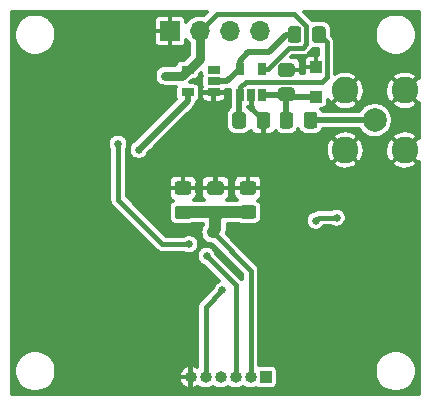
<source format=gbr>
%TF.GenerationSoftware,KiCad,Pcbnew,(5.1.6)-1*%
%TF.CreationDate,2020-08-28T19:49:53-05:00*%
%TF.ProjectId,nrg-control-box,6e72672d-636f-46e7-9472-6f6c2d626f78,rev?*%
%TF.SameCoordinates,Original*%
%TF.FileFunction,Copper,L2,Bot*%
%TF.FilePolarity,Positive*%
%FSLAX46Y46*%
G04 Gerber Fmt 4.6, Leading zero omitted, Abs format (unit mm)*
G04 Created by KiCad (PCBNEW (5.1.6)-1) date 2020-08-28 19:49:53*
%MOMM*%
%LPD*%
G01*
G04 APERTURE LIST*
%TA.AperFunction,SMDPad,CuDef*%
%ADD10R,1.000000X1.000000*%
%TD*%
%TA.AperFunction,ComponentPad*%
%ADD11C,2.000000*%
%TD*%
%TA.AperFunction,ComponentPad*%
%ADD12C,2.250000*%
%TD*%
%TA.AperFunction,ComponentPad*%
%ADD13R,1.000000X1.000000*%
%TD*%
%TA.AperFunction,ComponentPad*%
%ADD14O,1.000000X1.000000*%
%TD*%
%TA.AperFunction,SMDPad,CuDef*%
%ADD15R,0.650000X1.060000*%
%TD*%
%TA.AperFunction,SMDPad,CuDef*%
%ADD16R,1.060000X0.650000*%
%TD*%
%TA.AperFunction,ComponentPad*%
%ADD17R,1.700000X1.700000*%
%TD*%
%TA.AperFunction,ComponentPad*%
%ADD18O,1.700000X1.700000*%
%TD*%
%TA.AperFunction,ViaPad*%
%ADD19C,0.650000*%
%TD*%
%TA.AperFunction,ViaPad*%
%ADD20C,0.850000*%
%TD*%
%TA.AperFunction,Conductor*%
%ADD21C,0.400000*%
%TD*%
%TA.AperFunction,Conductor*%
%ADD22C,0.500000*%
%TD*%
%TA.AperFunction,Conductor*%
%ADD23C,0.750000*%
%TD*%
%TA.AperFunction,Conductor*%
%ADD24C,1.000000*%
%TD*%
%TA.AperFunction,Conductor*%
%ADD25C,0.350000*%
%TD*%
G04 APERTURE END LIST*
%TO.P,C1,2*%
%TO.N,GND*%
%TA.AperFunction,SMDPad,CuDef*%
G36*
G01*
X149200001Y-97575000D02*
X148299999Y-97575000D01*
G75*
G02*
X148050000Y-97325001I0J249999D01*
G01*
X148050000Y-96674999D01*
G75*
G02*
X148299999Y-96425000I249999J0D01*
G01*
X149200001Y-96425000D01*
G75*
G02*
X149450000Y-96674999I0J-249999D01*
G01*
X149450000Y-97325001D01*
G75*
G02*
X149200001Y-97575000I-249999J0D01*
G01*
G37*
%TD.AperFunction*%
%TO.P,C1,1*%
%TO.N,Net-(C1-Pad1)*%
%TA.AperFunction,SMDPad,CuDef*%
G36*
G01*
X149200001Y-99625000D02*
X148299999Y-99625000D01*
G75*
G02*
X148050000Y-99375001I0J249999D01*
G01*
X148050000Y-98724999D01*
G75*
G02*
X148299999Y-98475000I249999J0D01*
G01*
X149200001Y-98475000D01*
G75*
G02*
X149450000Y-98724999I0J-249999D01*
G01*
X149450000Y-99375001D01*
G75*
G02*
X149200001Y-99625000I-249999J0D01*
G01*
G37*
%TD.AperFunction*%
%TD*%
%TO.P,C2,1*%
%TO.N,GND*%
%TA.AperFunction,SMDPad,CuDef*%
G36*
G01*
X145049999Y-106400000D02*
X145950001Y-106400000D01*
G75*
G02*
X146200000Y-106649999I0J-249999D01*
G01*
X146200000Y-107300001D01*
G75*
G02*
X145950001Y-107550000I-249999J0D01*
G01*
X145049999Y-107550000D01*
G75*
G02*
X144800000Y-107300001I0J249999D01*
G01*
X144800000Y-106649999D01*
G75*
G02*
X145049999Y-106400000I249999J0D01*
G01*
G37*
%TD.AperFunction*%
%TO.P,C2,2*%
%TO.N,+3V3*%
%TA.AperFunction,SMDPad,CuDef*%
G36*
G01*
X145049999Y-108450000D02*
X145950001Y-108450000D01*
G75*
G02*
X146200000Y-108699999I0J-249999D01*
G01*
X146200000Y-109350001D01*
G75*
G02*
X145950001Y-109600000I-249999J0D01*
G01*
X145049999Y-109600000D01*
G75*
G02*
X144800000Y-109350001I0J249999D01*
G01*
X144800000Y-108699999D01*
G75*
G02*
X145049999Y-108450000I249999J0D01*
G01*
G37*
%TD.AperFunction*%
%TD*%
%TO.P,C3,1*%
%TO.N,+3V3*%
%TA.AperFunction,SMDPad,CuDef*%
G36*
G01*
X143200001Y-109625000D02*
X142299999Y-109625000D01*
G75*
G02*
X142050000Y-109375001I0J249999D01*
G01*
X142050000Y-108724999D01*
G75*
G02*
X142299999Y-108475000I249999J0D01*
G01*
X143200001Y-108475000D01*
G75*
G02*
X143450000Y-108724999I0J-249999D01*
G01*
X143450000Y-109375001D01*
G75*
G02*
X143200001Y-109625000I-249999J0D01*
G01*
G37*
%TD.AperFunction*%
%TO.P,C3,2*%
%TO.N,GND*%
%TA.AperFunction,SMDPad,CuDef*%
G36*
G01*
X143200001Y-107575000D02*
X142299999Y-107575000D01*
G75*
G02*
X142050000Y-107325001I0J249999D01*
G01*
X142050000Y-106674999D01*
G75*
G02*
X142299999Y-106425000I249999J0D01*
G01*
X143200001Y-106425000D01*
G75*
G02*
X143450000Y-106674999I0J-249999D01*
G01*
X143450000Y-107325001D01*
G75*
G02*
X143200001Y-107575000I-249999J0D01*
G01*
G37*
%TD.AperFunction*%
%TD*%
%TO.P,C4,2*%
%TO.N,+3V3*%
%TA.AperFunction,SMDPad,CuDef*%
G36*
G01*
X139549999Y-108475000D02*
X140450001Y-108475000D01*
G75*
G02*
X140700000Y-108724999I0J-249999D01*
G01*
X140700000Y-109375001D01*
G75*
G02*
X140450001Y-109625000I-249999J0D01*
G01*
X139549999Y-109625000D01*
G75*
G02*
X139300000Y-109375001I0J249999D01*
G01*
X139300000Y-108724999D01*
G75*
G02*
X139549999Y-108475000I249999J0D01*
G01*
G37*
%TD.AperFunction*%
%TO.P,C4,1*%
%TO.N,GND*%
%TA.AperFunction,SMDPad,CuDef*%
G36*
G01*
X139549999Y-106425000D02*
X140450001Y-106425000D01*
G75*
G02*
X140700000Y-106674999I0J-249999D01*
G01*
X140700000Y-107325001D01*
G75*
G02*
X140450001Y-107575000I-249999J0D01*
G01*
X139549999Y-107575000D01*
G75*
G02*
X139300000Y-107325001I0J249999D01*
G01*
X139300000Y-106674999D01*
G75*
G02*
X139549999Y-106425000I249999J0D01*
G01*
G37*
%TD.AperFunction*%
%TD*%
D10*
%TO.P,D2,1*%
%TO.N,Net-(C1-Pad1)*%
X151250000Y-99250000D03*
%TO.P,D2,2*%
%TO.N,GND*%
X151250000Y-96750000D03*
%TD*%
D11*
%TO.P,J2,1*%
%TO.N,Net-(D1-Pad1)*%
X156250000Y-101250000D03*
D12*
%TO.P,J2,2*%
%TO.N,GND*%
X158775000Y-98725000D03*
X153725000Y-98725000D03*
X153725000Y-103775000D03*
X158775000Y-103775000D03*
%TD*%
D13*
%TO.P,J3,1*%
%TO.N,ISP_MISO*%
X147000000Y-123000000D03*
D14*
%TO.P,J3,2*%
%TO.N,+3V3*%
X145730000Y-123000000D03*
%TO.P,J3,3*%
%TO.N,ISP_SCK*%
X144460000Y-123000000D03*
%TO.P,J3,4*%
%TO.N,ISP_MOSI*%
X143190000Y-123000000D03*
%TO.P,J3,5*%
%TO.N,ISP_RST*%
X141920000Y-123000000D03*
%TO.P,J3,6*%
%TO.N,GND*%
X140650000Y-123000000D03*
%TD*%
%TO.P,R3,1*%
%TO.N,Net-(C1-Pad1)*%
%TA.AperFunction,SMDPad,CuDef*%
G36*
G01*
X148175000Y-101700001D02*
X148175000Y-100799999D01*
G75*
G02*
X148424999Y-100550000I249999J0D01*
G01*
X149075001Y-100550000D01*
G75*
G02*
X149325000Y-100799999I0J-249999D01*
G01*
X149325000Y-101700001D01*
G75*
G02*
X149075001Y-101950000I-249999J0D01*
G01*
X148424999Y-101950000D01*
G75*
G02*
X148175000Y-101700001I0J249999D01*
G01*
G37*
%TD.AperFunction*%
%TO.P,R3,2*%
%TO.N,Net-(D1-Pad1)*%
%TA.AperFunction,SMDPad,CuDef*%
G36*
G01*
X150225000Y-101700001D02*
X150225000Y-100799999D01*
G75*
G02*
X150474999Y-100550000I249999J0D01*
G01*
X151125001Y-100550000D01*
G75*
G02*
X151375000Y-100799999I0J-249999D01*
G01*
X151375000Y-101700001D01*
G75*
G02*
X151125001Y-101950000I-249999J0D01*
G01*
X150474999Y-101950000D01*
G75*
G02*
X150225000Y-101700001I0J249999D01*
G01*
G37*
%TD.AperFunction*%
%TD*%
%TO.P,R4,1*%
%TO.N,Net-(R4-Pad1)*%
%TA.AperFunction,SMDPad,CuDef*%
G36*
G01*
X144175000Y-101700001D02*
X144175000Y-100799999D01*
G75*
G02*
X144424999Y-100550000I249999J0D01*
G01*
X145075001Y-100550000D01*
G75*
G02*
X145325000Y-100799999I0J-249999D01*
G01*
X145325000Y-101700001D01*
G75*
G02*
X145075001Y-101950000I-249999J0D01*
G01*
X144424999Y-101950000D01*
G75*
G02*
X144175000Y-101700001I0J249999D01*
G01*
G37*
%TD.AperFunction*%
%TO.P,R4,2*%
%TO.N,GND*%
%TA.AperFunction,SMDPad,CuDef*%
G36*
G01*
X146225000Y-101700001D02*
X146225000Y-100799999D01*
G75*
G02*
X146474999Y-100550000I249999J0D01*
G01*
X147125001Y-100550000D01*
G75*
G02*
X147375000Y-100799999I0J-249999D01*
G01*
X147375000Y-101700001D01*
G75*
G02*
X147125001Y-101950000I-249999J0D01*
G01*
X146474999Y-101950000D01*
G75*
G02*
X146225000Y-101700001I0J249999D01*
G01*
G37*
%TD.AperFunction*%
%TD*%
%TO.P,R5,2*%
%TO.N,Net-(R4-Pad1)*%
%TA.AperFunction,SMDPad,CuDef*%
G36*
G01*
X150925000Y-94450001D02*
X150925000Y-93549999D01*
G75*
G02*
X151174999Y-93300000I249999J0D01*
G01*
X151825001Y-93300000D01*
G75*
G02*
X152075000Y-93549999I0J-249999D01*
G01*
X152075000Y-94450001D01*
G75*
G02*
X151825001Y-94700000I-249999J0D01*
G01*
X151174999Y-94700000D01*
G75*
G02*
X150925000Y-94450001I0J249999D01*
G01*
G37*
%TD.AperFunction*%
%TO.P,R5,1*%
%TO.N,Net-(R5-Pad1)*%
%TA.AperFunction,SMDPad,CuDef*%
G36*
G01*
X148875000Y-94450001D02*
X148875000Y-93549999D01*
G75*
G02*
X149124999Y-93300000I249999J0D01*
G01*
X149775001Y-93300000D01*
G75*
G02*
X150025000Y-93549999I0J-249999D01*
G01*
X150025000Y-94450001D01*
G75*
G02*
X149775001Y-94700000I-249999J0D01*
G01*
X149124999Y-94700000D01*
G75*
G02*
X148875000Y-94450001I0J249999D01*
G01*
G37*
%TD.AperFunction*%
%TD*%
D15*
%TO.P,U1,5*%
%TO.N,+3V3*%
X146700000Y-96900000D03*
%TO.P,U1,4*%
%TO.N,Net-(R5-Pad1)*%
X144800000Y-96900000D03*
%TO.P,U1,3*%
%TO.N,Net-(R4-Pad1)*%
X144800000Y-99100000D03*
%TO.P,U1,2*%
%TO.N,GND*%
X145750000Y-99100000D03*
%TO.P,U1,1*%
%TO.N,Net-(C1-Pad1)*%
X146700000Y-99100000D03*
%TD*%
D16*
%TO.P,U2,1*%
%TO.N,Net-(U2-Pad1)*%
X142600000Y-97000000D03*
%TO.P,U2,2*%
%TO.N,Net-(R5-Pad1)*%
X142600000Y-97950000D03*
%TO.P,U2,3*%
%TO.N,GND*%
X142600000Y-98900000D03*
%TO.P,U2,4*%
%TO.N,Net-(U2-Pad4)*%
X140400000Y-98900000D03*
%TO.P,U2,5*%
%TO.N,+3V3*%
X140400000Y-97000000D03*
%TD*%
D17*
%TO.P,J1,1*%
%TO.N,GND*%
X138900000Y-93700000D03*
D18*
%TO.P,J1,2*%
%TO.N,+3V3*%
X141440000Y-93700000D03*
%TO.P,J1,3*%
%TO.N,MCU_SCL*%
X143980000Y-93700000D03*
%TO.P,J1,4*%
%TO.N,MCU_SDA*%
X146520000Y-93700000D03*
%TD*%
D19*
%TO.N,GND*%
X125750000Y-97000000D03*
X125750000Y-98000000D03*
X125750000Y-99000000D03*
X125750000Y-100000000D03*
X125750000Y-101000000D03*
X125750000Y-102000000D03*
X125750000Y-105500000D03*
X125750000Y-106500000D03*
X125750000Y-107500000D03*
X125750000Y-108500000D03*
X125750000Y-109500000D03*
X125750000Y-119500000D03*
X125750000Y-118500000D03*
X125750000Y-117500000D03*
X125750000Y-116500000D03*
X125750000Y-115500000D03*
X125750000Y-114500000D03*
X125750000Y-113500000D03*
X130500000Y-124250000D03*
X131500000Y-124250000D03*
X132500000Y-124250000D03*
X133500000Y-124250000D03*
X136750000Y-124250000D03*
X137750000Y-124250000D03*
X138750000Y-124250000D03*
X155000000Y-124250000D03*
X154000000Y-124250000D03*
X153000000Y-124250000D03*
X152000000Y-124250000D03*
X151000000Y-124250000D03*
X150000000Y-124250000D03*
X149000000Y-124250000D03*
X159750000Y-119500000D03*
X159750000Y-118500000D03*
X159750000Y-117500000D03*
X159750000Y-116500000D03*
X159750000Y-115500000D03*
X159750000Y-114500000D03*
X159750000Y-113500000D03*
X159750000Y-112500000D03*
X159750000Y-111500000D03*
X159750000Y-110500000D03*
X159750000Y-109500000D03*
X159750000Y-108500000D03*
X159750000Y-107500000D03*
X159750000Y-106500000D03*
X159750000Y-105500000D03*
X159750000Y-97000000D03*
X155000000Y-92250000D03*
X154000000Y-92250000D03*
X153000000Y-92250000D03*
X152000000Y-92250000D03*
X130500000Y-92250000D03*
X131500000Y-92250000D03*
X132500000Y-92250000D03*
X133500000Y-92250000D03*
X134500000Y-92250000D03*
X135500000Y-92250000D03*
X136500000Y-92250000D03*
X137500000Y-107250000D03*
X138250000Y-108000000D03*
X137000000Y-108000000D03*
X137750000Y-108750000D03*
X143250000Y-100250000D03*
X142250000Y-100250000D03*
X140000000Y-105500000D03*
X141000000Y-105500000D03*
X144250000Y-105500000D03*
X145250000Y-105500000D03*
X146250000Y-105500000D03*
X147000000Y-106250000D03*
X145250000Y-111250000D03*
X146000000Y-110500000D03*
X148500000Y-108000000D03*
X147750000Y-108750000D03*
X147000000Y-109500000D03*
X133250000Y-118500000D03*
X134000000Y-117750000D03*
X134750000Y-117000000D03*
X135500000Y-116250000D03*
X136250000Y-115500000D03*
X151250000Y-95500000D03*
%TO.N,+3V3*%
X138500000Y-97500000D03*
D20*
X142500000Y-110750000D03*
D19*
%TO.N,VBUS*%
X134500000Y-103250000D03*
X140500000Y-111750000D03*
%TO.N,MCU_SDA*%
X153000000Y-109500000D03*
X151250000Y-109750000D03*
%TO.N,ISP_SCK*%
X142000000Y-112750000D03*
%TO.N,ISP_RST*%
X143340715Y-115659285D03*
%TO.N,Net-(U2-Pad4)*%
X136250000Y-103750000D03*
%TD*%
D21*
%TO.N,GND*%
X145750000Y-100200000D02*
X145750000Y-99100000D01*
X146800000Y-101250000D02*
X145750000Y-100200000D01*
D22*
%TO.N,Net-(C1-Pad1)*%
X148750000Y-101250000D02*
X148750000Y-99050000D01*
X148950000Y-99250000D02*
X148750000Y-99050000D01*
X151250000Y-99250000D02*
X148950000Y-99250000D01*
X148700000Y-99100000D02*
X148750000Y-99050000D01*
X146700000Y-99100000D02*
X148700000Y-99100000D01*
D23*
%TO.N,+3V3*%
X139900000Y-97500000D02*
X140400000Y-97000000D01*
X138500000Y-97500000D02*
X139900000Y-97500000D01*
X140400000Y-97000000D02*
X140500000Y-97000000D01*
X141440000Y-96060000D02*
X141440000Y-93700000D01*
X140500000Y-97000000D02*
X141440000Y-96060000D01*
D24*
X142750000Y-109050000D02*
X142750000Y-110500000D01*
X142750000Y-110500000D02*
X142500000Y-110750000D01*
X142750000Y-109050000D02*
X140000000Y-109050000D01*
X145475000Y-109050000D02*
X145500000Y-109025000D01*
X142750000Y-109050000D02*
X145475000Y-109050000D01*
D21*
X150425010Y-93280754D02*
X149394256Y-92250000D01*
X147155744Y-96900000D02*
X148955734Y-95100010D01*
X150144226Y-95100010D02*
X150425010Y-94819226D01*
X146700000Y-96900000D02*
X147155744Y-96900000D01*
X148955734Y-95100010D02*
X150144226Y-95100010D01*
X150425010Y-94819226D02*
X150425010Y-93280754D01*
X142890000Y-92250000D02*
X141440000Y-93700000D01*
X149394256Y-92250000D02*
X142890000Y-92250000D01*
X145730000Y-113980000D02*
X142500000Y-110750000D01*
X145730000Y-123000000D02*
X145730000Y-113980000D01*
%TO.N,VBUS*%
X134500000Y-103250000D02*
X134500000Y-108000000D01*
X134500000Y-108000000D02*
X138250000Y-111750000D01*
X138250000Y-111750000D02*
X140500000Y-111750000D01*
D22*
%TO.N,Net-(D1-Pad1)*%
X150800000Y-101250000D02*
X156250000Y-101250000D01*
D21*
%TO.N,MCU_SDA*%
X153000000Y-109500000D02*
X151500000Y-109500000D01*
X151500000Y-109500000D02*
X151250000Y-109750000D01*
%TO.N,ISP_SCK*%
X144460000Y-123000000D02*
X144460000Y-115210000D01*
X144460000Y-115210000D02*
X142000000Y-112750000D01*
%TO.N,ISP_RST*%
X141920000Y-117080000D02*
X141920000Y-123000000D01*
X143340715Y-115659285D02*
X141920000Y-117080000D01*
D22*
%TO.N,Net-(R4-Pad1)*%
X144750000Y-99150000D02*
X144800000Y-99100000D01*
X144750000Y-101250000D02*
X144750000Y-99150000D01*
D21*
X152150001Y-94650001D02*
X151500000Y-94000000D01*
X152150001Y-97570001D02*
X152150001Y-94650001D01*
X151744992Y-97975010D02*
X152150001Y-97570001D01*
X145299988Y-97975010D02*
X151744992Y-97975010D01*
X144800000Y-98474998D02*
X145299988Y-97975010D01*
X144800000Y-99100000D02*
X144800000Y-98474998D01*
D22*
%TO.N,Net-(R5-Pad1)*%
X143750000Y-97950000D02*
X144800000Y-96900000D01*
X142600000Y-97950000D02*
X143750000Y-97950000D01*
X149450000Y-94000000D02*
X148750000Y-94000000D01*
X148750000Y-94000000D02*
X147250000Y-95500000D01*
X147250000Y-95500000D02*
X145500000Y-95500000D01*
X144800000Y-96200000D02*
X144800000Y-96900000D01*
X145500000Y-95500000D02*
X144800000Y-96200000D01*
%TO.N,Net-(U2-Pad4)*%
X140400000Y-98900000D02*
X140400000Y-99600000D01*
X140400000Y-99600000D02*
X136250000Y-103750000D01*
%TD*%
D25*
%TO.N,GND*%
G36*
X141754146Y-92360550D02*
G01*
X141575426Y-92325000D01*
X141304574Y-92325000D01*
X141038927Y-92377841D01*
X140788693Y-92481491D01*
X140563489Y-92631968D01*
X140371968Y-92823489D01*
X140277117Y-92965443D01*
X140277540Y-92850000D01*
X140267403Y-92747082D01*
X140237383Y-92648119D01*
X140188633Y-92556914D01*
X140123027Y-92476973D01*
X140043086Y-92411367D01*
X139951881Y-92362617D01*
X139852918Y-92332597D01*
X139750000Y-92322460D01*
X139056250Y-92325000D01*
X138925000Y-92456250D01*
X138925000Y-93675000D01*
X138945000Y-93675000D01*
X138945000Y-93725000D01*
X138925000Y-93725000D01*
X138925000Y-94943750D01*
X139056250Y-95075000D01*
X139750000Y-95077540D01*
X139852918Y-95067403D01*
X139951881Y-95037383D01*
X140043086Y-94988633D01*
X140123027Y-94923027D01*
X140188633Y-94843086D01*
X140237383Y-94751881D01*
X140267403Y-94652918D01*
X140277540Y-94550000D01*
X140277117Y-94434557D01*
X140371968Y-94576511D01*
X140540001Y-94744544D01*
X140540000Y-95687208D01*
X140079748Y-96147460D01*
X139870000Y-96147460D01*
X139767082Y-96157597D01*
X139668119Y-96187617D01*
X139576914Y-96236367D01*
X139496973Y-96301973D01*
X139431367Y-96381914D01*
X139382617Y-96473119D01*
X139352597Y-96572082D01*
X139349847Y-96600000D01*
X138455793Y-96600000D01*
X138323569Y-96613023D01*
X138153919Y-96664486D01*
X137997568Y-96748057D01*
X137860525Y-96860525D01*
X137748057Y-96997568D01*
X137664486Y-97153919D01*
X137613023Y-97323569D01*
X137595646Y-97500000D01*
X137613023Y-97676431D01*
X137664486Y-97846081D01*
X137748057Y-98002432D01*
X137860525Y-98139475D01*
X137997568Y-98251943D01*
X138153919Y-98335514D01*
X138323569Y-98386977D01*
X138455793Y-98400000D01*
X139374463Y-98400000D01*
X139352597Y-98472082D01*
X139342460Y-98575000D01*
X139342460Y-99225000D01*
X139352597Y-99327918D01*
X139382617Y-99426881D01*
X139415529Y-99488456D01*
X135949582Y-102954404D01*
X135847374Y-102996740D01*
X135708156Y-103089762D01*
X135589762Y-103208156D01*
X135496740Y-103347374D01*
X135432665Y-103502064D01*
X135400000Y-103666282D01*
X135400000Y-103833718D01*
X135432665Y-103997936D01*
X135496740Y-104152626D01*
X135589762Y-104291844D01*
X135708156Y-104410238D01*
X135847374Y-104503260D01*
X136002064Y-104567335D01*
X136166282Y-104600000D01*
X136333718Y-104600000D01*
X136497936Y-104567335D01*
X136652626Y-104503260D01*
X136791844Y-104410238D01*
X136910238Y-104291844D01*
X137003260Y-104152626D01*
X137045596Y-104050418D01*
X137361118Y-103734896D01*
X152067500Y-103734896D01*
X152091524Y-104059029D01*
X152178322Y-104372247D01*
X152324559Y-104662513D01*
X152369120Y-104729202D01*
X152627903Y-104836741D01*
X153689645Y-103775000D01*
X153760355Y-103775000D01*
X154822097Y-104836741D01*
X155080880Y-104729202D01*
X155240983Y-104446348D01*
X155342828Y-104137695D01*
X155382500Y-103815104D01*
X155376556Y-103734896D01*
X157117500Y-103734896D01*
X157141524Y-104059029D01*
X157228322Y-104372247D01*
X157374559Y-104662513D01*
X157419120Y-104729202D01*
X157677903Y-104836741D01*
X158739645Y-103775000D01*
X157677903Y-102713259D01*
X157419120Y-102820798D01*
X157259017Y-103103652D01*
X157157172Y-103412305D01*
X157117500Y-103734896D01*
X155376556Y-103734896D01*
X155358476Y-103490971D01*
X155271678Y-103177753D01*
X155125441Y-102887487D01*
X155080880Y-102820798D01*
X154822097Y-102713259D01*
X153760355Y-103775000D01*
X153689645Y-103775000D01*
X152627903Y-102713259D01*
X152369120Y-102820798D01*
X152209017Y-103103652D01*
X152107172Y-103412305D01*
X152067500Y-103734896D01*
X137361118Y-103734896D01*
X138418111Y-102677903D01*
X152663259Y-102677903D01*
X153725000Y-103739645D01*
X154786741Y-102677903D01*
X154679202Y-102419120D01*
X154396348Y-102259017D01*
X154087695Y-102157172D01*
X153765104Y-102117500D01*
X153440971Y-102141524D01*
X153127753Y-102228322D01*
X152837487Y-102374559D01*
X152770798Y-102419120D01*
X152663259Y-102677903D01*
X138418111Y-102677903D01*
X140921087Y-100174928D01*
X140950659Y-100150659D01*
X141047506Y-100032650D01*
X141119470Y-99898014D01*
X141163786Y-99751926D01*
X141169670Y-99692184D01*
X141223086Y-99663633D01*
X141303027Y-99598027D01*
X141368633Y-99518086D01*
X141417383Y-99426881D01*
X141447403Y-99327918D01*
X141457540Y-99225000D01*
X141542460Y-99225000D01*
X141552597Y-99327918D01*
X141582617Y-99426881D01*
X141631367Y-99518086D01*
X141696973Y-99598027D01*
X141776914Y-99663633D01*
X141868119Y-99712383D01*
X141967082Y-99742403D01*
X142070000Y-99752540D01*
X142443750Y-99750000D01*
X142575000Y-99618750D01*
X142575000Y-98925000D01*
X142625000Y-98925000D01*
X142625000Y-99618750D01*
X142756250Y-99750000D01*
X143130000Y-99752540D01*
X143232918Y-99742403D01*
X143331881Y-99712383D01*
X143423086Y-99663633D01*
X143503027Y-99598027D01*
X143568633Y-99518086D01*
X143617383Y-99426881D01*
X143647403Y-99327918D01*
X143657540Y-99225000D01*
X143655000Y-99056250D01*
X143523750Y-98925000D01*
X142625000Y-98925000D01*
X142575000Y-98925000D01*
X141676250Y-98925000D01*
X141545000Y-99056250D01*
X141542460Y-99225000D01*
X141457540Y-99225000D01*
X141457540Y-98575000D01*
X141447403Y-98472082D01*
X141417383Y-98373119D01*
X141368633Y-98281914D01*
X141303027Y-98201973D01*
X141223086Y-98136367D01*
X141131881Y-98087617D01*
X141032918Y-98057597D01*
X140930000Y-98047460D01*
X140625332Y-98047460D01*
X140820251Y-97852540D01*
X140930000Y-97852540D01*
X141032918Y-97842403D01*
X141131881Y-97812383D01*
X141223086Y-97763633D01*
X141303027Y-97698027D01*
X141368633Y-97618086D01*
X141417383Y-97526881D01*
X141447403Y-97427918D01*
X141457540Y-97325000D01*
X141457540Y-97315252D01*
X141542460Y-97230332D01*
X141542460Y-97325000D01*
X141552597Y-97427918D01*
X141566879Y-97475000D01*
X141552597Y-97522082D01*
X141542460Y-97625000D01*
X141542460Y-98275000D01*
X141552597Y-98377918D01*
X141566879Y-98425000D01*
X141552597Y-98472082D01*
X141542460Y-98575000D01*
X141545000Y-98743750D01*
X141676250Y-98875000D01*
X142575000Y-98875000D01*
X142575000Y-98855000D01*
X142625000Y-98855000D01*
X142625000Y-98875000D01*
X143523750Y-98875000D01*
X143655000Y-98743750D01*
X143655282Y-98725000D01*
X143711937Y-98725000D01*
X143750000Y-98728749D01*
X143788063Y-98725000D01*
X143788065Y-98725000D01*
X143901926Y-98713786D01*
X143947460Y-98699973D01*
X143947460Y-99630000D01*
X143957597Y-99732918D01*
X143975001Y-99790290D01*
X143975001Y-100168288D01*
X143875196Y-100250196D01*
X143778499Y-100368021D01*
X143706647Y-100502448D01*
X143662400Y-100648309D01*
X143647460Y-100799999D01*
X143647460Y-101700001D01*
X143662400Y-101851691D01*
X143706647Y-101997552D01*
X143778499Y-102131979D01*
X143875196Y-102249804D01*
X143993021Y-102346501D01*
X144127448Y-102418353D01*
X144273309Y-102462600D01*
X144424999Y-102477540D01*
X145075001Y-102477540D01*
X145226691Y-102462600D01*
X145372552Y-102418353D01*
X145506979Y-102346501D01*
X145624804Y-102249804D01*
X145721501Y-102131979D01*
X145727931Y-102119950D01*
X145737617Y-102151881D01*
X145786367Y-102243086D01*
X145851973Y-102323027D01*
X145931914Y-102388633D01*
X146023119Y-102437383D01*
X146122082Y-102467403D01*
X146225000Y-102477540D01*
X146643750Y-102475000D01*
X146775000Y-102343750D01*
X146775000Y-101275000D01*
X146755000Y-101275000D01*
X146755000Y-101225000D01*
X146775000Y-101225000D01*
X146775000Y-101205000D01*
X146825000Y-101205000D01*
X146825000Y-101225000D01*
X146845000Y-101225000D01*
X146845000Y-101275000D01*
X146825000Y-101275000D01*
X146825000Y-102343750D01*
X146956250Y-102475000D01*
X147375000Y-102477540D01*
X147477918Y-102467403D01*
X147576881Y-102437383D01*
X147668086Y-102388633D01*
X147748027Y-102323027D01*
X147813633Y-102243086D01*
X147835740Y-102201727D01*
X147875196Y-102249804D01*
X147993021Y-102346501D01*
X148127448Y-102418353D01*
X148273309Y-102462600D01*
X148424999Y-102477540D01*
X149075001Y-102477540D01*
X149226691Y-102462600D01*
X149372552Y-102418353D01*
X149506979Y-102346501D01*
X149624804Y-102249804D01*
X149721501Y-102131979D01*
X149775000Y-102031888D01*
X149828499Y-102131979D01*
X149925196Y-102249804D01*
X150043021Y-102346501D01*
X150177448Y-102418353D01*
X150323309Y-102462600D01*
X150474999Y-102477540D01*
X151125001Y-102477540D01*
X151276691Y-102462600D01*
X151422552Y-102418353D01*
X151556979Y-102346501D01*
X151674804Y-102249804D01*
X151771501Y-102131979D01*
X151828682Y-102025000D01*
X154933736Y-102025000D01*
X155065455Y-102222131D01*
X155277869Y-102434545D01*
X155527642Y-102601438D01*
X155805174Y-102716395D01*
X156099801Y-102775000D01*
X156400199Y-102775000D01*
X156694826Y-102716395D01*
X156787754Y-102677903D01*
X157713259Y-102677903D01*
X158775000Y-103739645D01*
X159836741Y-102677903D01*
X159729202Y-102419120D01*
X159446348Y-102259017D01*
X159137695Y-102157172D01*
X158815104Y-102117500D01*
X158490971Y-102141524D01*
X158177753Y-102228322D01*
X157887487Y-102374559D01*
X157820798Y-102419120D01*
X157713259Y-102677903D01*
X156787754Y-102677903D01*
X156972358Y-102601438D01*
X157222131Y-102434545D01*
X157434545Y-102222131D01*
X157601438Y-101972358D01*
X157716395Y-101694826D01*
X157775000Y-101400199D01*
X157775000Y-101099801D01*
X157716395Y-100805174D01*
X157601438Y-100527642D01*
X157434545Y-100277869D01*
X157222131Y-100065455D01*
X156972358Y-99898562D01*
X156787755Y-99822097D01*
X157713259Y-99822097D01*
X157820798Y-100080880D01*
X158103652Y-100240983D01*
X158412305Y-100342828D01*
X158734896Y-100382500D01*
X159059029Y-100358476D01*
X159372247Y-100271678D01*
X159662513Y-100125441D01*
X159729202Y-100080880D01*
X159836741Y-99822097D01*
X158775000Y-98760355D01*
X157713259Y-99822097D01*
X156787755Y-99822097D01*
X156694826Y-99783605D01*
X156400199Y-99725000D01*
X156099801Y-99725000D01*
X155805174Y-99783605D01*
X155527642Y-99898562D01*
X155277869Y-100065455D01*
X155065455Y-100277869D01*
X154933736Y-100475000D01*
X151828682Y-100475000D01*
X151771501Y-100368021D01*
X151697245Y-100277540D01*
X151750000Y-100277540D01*
X151852918Y-100267403D01*
X151951881Y-100237383D01*
X152043086Y-100188633D01*
X152123027Y-100123027D01*
X152188633Y-100043086D01*
X152237383Y-99951881D01*
X152267403Y-99852918D01*
X152270438Y-99822097D01*
X152663259Y-99822097D01*
X152770798Y-100080880D01*
X153053652Y-100240983D01*
X153362305Y-100342828D01*
X153684896Y-100382500D01*
X154009029Y-100358476D01*
X154322247Y-100271678D01*
X154612513Y-100125441D01*
X154679202Y-100080880D01*
X154786741Y-99822097D01*
X153725000Y-98760355D01*
X152663259Y-99822097D01*
X152270438Y-99822097D01*
X152277540Y-99750000D01*
X152277540Y-99519185D01*
X152324559Y-99612513D01*
X152369120Y-99679202D01*
X152627903Y-99786741D01*
X153689645Y-98725000D01*
X153760355Y-98725000D01*
X154822097Y-99786741D01*
X155080880Y-99679202D01*
X155240983Y-99396348D01*
X155342828Y-99087695D01*
X155382500Y-98765104D01*
X155376556Y-98684896D01*
X157117500Y-98684896D01*
X157141524Y-99009029D01*
X157228322Y-99322247D01*
X157374559Y-99612513D01*
X157419120Y-99679202D01*
X157677903Y-99786741D01*
X158739645Y-98725000D01*
X157677903Y-97663259D01*
X157419120Y-97770798D01*
X157259017Y-98053652D01*
X157157172Y-98362305D01*
X157117500Y-98684896D01*
X155376556Y-98684896D01*
X155358476Y-98440971D01*
X155271678Y-98127753D01*
X155125441Y-97837487D01*
X155080880Y-97770798D01*
X154822097Y-97663259D01*
X153760355Y-98725000D01*
X153689645Y-98725000D01*
X153675502Y-98710858D01*
X153710858Y-98675503D01*
X153725000Y-98689645D01*
X154786741Y-97627903D01*
X157713259Y-97627903D01*
X158775000Y-98689645D01*
X159836741Y-97627903D01*
X159729202Y-97369120D01*
X159446348Y-97209017D01*
X159137695Y-97107172D01*
X158815104Y-97067500D01*
X158490971Y-97091524D01*
X158177753Y-97178322D01*
X157887487Y-97324559D01*
X157820798Y-97369120D01*
X157713259Y-97627903D01*
X154786741Y-97627903D01*
X154679202Y-97369120D01*
X154396348Y-97209017D01*
X154087695Y-97107172D01*
X153765104Y-97067500D01*
X153440971Y-97091524D01*
X153127753Y-97178322D01*
X152875001Y-97305659D01*
X152875001Y-94685597D01*
X152878507Y-94650000D01*
X152875001Y-94614403D01*
X152875001Y-94614394D01*
X152864510Y-94507876D01*
X152823054Y-94371213D01*
X152755732Y-94245264D01*
X152665133Y-94134869D01*
X152637478Y-94112173D01*
X152602540Y-94077235D01*
X152602540Y-93825178D01*
X156225000Y-93825178D01*
X156225000Y-94174822D01*
X156293213Y-94517748D01*
X156427016Y-94840778D01*
X156621268Y-95131496D01*
X156868504Y-95378732D01*
X157159222Y-95572984D01*
X157482252Y-95706787D01*
X157825178Y-95775000D01*
X158174822Y-95775000D01*
X158517748Y-95706787D01*
X158840778Y-95572984D01*
X159131496Y-95378732D01*
X159378732Y-95131496D01*
X159572984Y-94840778D01*
X159706787Y-94517748D01*
X159775000Y-94174822D01*
X159775000Y-93825178D01*
X159706787Y-93482252D01*
X159572984Y-93159222D01*
X159378732Y-92868504D01*
X159131496Y-92621268D01*
X158840778Y-92427016D01*
X158517748Y-92293213D01*
X158174822Y-92225000D01*
X157825178Y-92225000D01*
X157482252Y-92293213D01*
X157159222Y-92427016D01*
X156868504Y-92621268D01*
X156621268Y-92868504D01*
X156427016Y-93159222D01*
X156293213Y-93482252D01*
X156225000Y-93825178D01*
X152602540Y-93825178D01*
X152602540Y-93549999D01*
X152587600Y-93398309D01*
X152543353Y-93252448D01*
X152471501Y-93118021D01*
X152374804Y-93000196D01*
X152256979Y-92903499D01*
X152122552Y-92831647D01*
X151976691Y-92787400D01*
X151825001Y-92772460D01*
X151174999Y-92772460D01*
X151023309Y-92787400D01*
X150971030Y-92803259D01*
X150962840Y-92793279D01*
X150962838Y-92793277D01*
X150940142Y-92765622D01*
X150912487Y-92742926D01*
X150219560Y-92050000D01*
X159950001Y-92050000D01*
X159950001Y-97695632D01*
X159872097Y-97663259D01*
X158810355Y-98725000D01*
X159872097Y-99786741D01*
X159950001Y-99754368D01*
X159950001Y-102745632D01*
X159872097Y-102713259D01*
X158810355Y-103775000D01*
X159872097Y-104836741D01*
X159950001Y-104804368D01*
X159950000Y-124450000D01*
X125550000Y-124450000D01*
X125550000Y-122325178D01*
X125725000Y-122325178D01*
X125725000Y-122674822D01*
X125793213Y-123017748D01*
X125927016Y-123340778D01*
X126121268Y-123631496D01*
X126368504Y-123878732D01*
X126659222Y-124072984D01*
X126982252Y-124206787D01*
X127325178Y-124275000D01*
X127674822Y-124275000D01*
X128017748Y-124206787D01*
X128340778Y-124072984D01*
X128631496Y-123878732D01*
X128878732Y-123631496D01*
X129072984Y-123340778D01*
X129137513Y-123184990D01*
X139641831Y-123184990D01*
X139697292Y-123378119D01*
X139789365Y-123556718D01*
X139914512Y-123713922D01*
X140067923Y-123843691D01*
X140243703Y-123941037D01*
X140435097Y-124002220D01*
X140465010Y-124008168D01*
X140625000Y-123893400D01*
X140625000Y-123025000D01*
X139756554Y-123025000D01*
X139641831Y-123184990D01*
X129137513Y-123184990D01*
X129206787Y-123017748D01*
X129247114Y-122815010D01*
X139641831Y-122815010D01*
X139756554Y-122975000D01*
X140625000Y-122975000D01*
X140625000Y-122106600D01*
X140465010Y-121991832D01*
X140435097Y-121997780D01*
X140243703Y-122058963D01*
X140067923Y-122156309D01*
X139914512Y-122286078D01*
X139789365Y-122443282D01*
X139697292Y-122621881D01*
X139641831Y-122815010D01*
X129247114Y-122815010D01*
X129275000Y-122674822D01*
X129275000Y-122325178D01*
X129206787Y-121982252D01*
X129072984Y-121659222D01*
X128878732Y-121368504D01*
X128631496Y-121121268D01*
X128340778Y-120927016D01*
X128017748Y-120793213D01*
X127674822Y-120725000D01*
X127325178Y-120725000D01*
X126982252Y-120793213D01*
X126659222Y-120927016D01*
X126368504Y-121121268D01*
X126121268Y-121368504D01*
X125927016Y-121659222D01*
X125793213Y-121982252D01*
X125725000Y-122325178D01*
X125550000Y-122325178D01*
X125550000Y-103166282D01*
X133650000Y-103166282D01*
X133650000Y-103333718D01*
X133682665Y-103497936D01*
X133746740Y-103652626D01*
X133775000Y-103694920D01*
X133775001Y-107964393D01*
X133771494Y-108000000D01*
X133775001Y-108035607D01*
X133785492Y-108142125D01*
X133795524Y-108175196D01*
X133826947Y-108278787D01*
X133894269Y-108404736D01*
X133962170Y-108487474D01*
X133962173Y-108487477D01*
X133984869Y-108515132D01*
X134012523Y-108537827D01*
X137712172Y-112237477D01*
X137734868Y-112265132D01*
X137762523Y-112287828D01*
X137762525Y-112287830D01*
X137832509Y-112345264D01*
X137845263Y-112355731D01*
X137971212Y-112423053D01*
X138107875Y-112464509D01*
X138214393Y-112475000D01*
X138214403Y-112475000D01*
X138250000Y-112478506D01*
X138285597Y-112475000D01*
X140055080Y-112475000D01*
X140097374Y-112503260D01*
X140252064Y-112567335D01*
X140416282Y-112600000D01*
X140583718Y-112600000D01*
X140747936Y-112567335D01*
X140902626Y-112503260D01*
X141041844Y-112410238D01*
X141160238Y-112291844D01*
X141253260Y-112152626D01*
X141317335Y-111997936D01*
X141350000Y-111833718D01*
X141350000Y-111666282D01*
X141317335Y-111502064D01*
X141253260Y-111347374D01*
X141160238Y-111208156D01*
X141041844Y-111089762D01*
X140902626Y-110996740D01*
X140747936Y-110932665D01*
X140583718Y-110900000D01*
X140416282Y-110900000D01*
X140252064Y-110932665D01*
X140097374Y-110996740D01*
X140055080Y-111025000D01*
X138550305Y-111025000D01*
X135225000Y-107699696D01*
X135225000Y-107575000D01*
X138772460Y-107575000D01*
X138782597Y-107677918D01*
X138812617Y-107776881D01*
X138861367Y-107868086D01*
X138926973Y-107948027D01*
X139006914Y-108013633D01*
X139098119Y-108062383D01*
X139130050Y-108072069D01*
X139118021Y-108078499D01*
X139000196Y-108175196D01*
X138903499Y-108293021D01*
X138831647Y-108427448D01*
X138787400Y-108573309D01*
X138772460Y-108724999D01*
X138772460Y-109375001D01*
X138787400Y-109526691D01*
X138831647Y-109672552D01*
X138903499Y-109806979D01*
X139000196Y-109924804D01*
X139118021Y-110021501D01*
X139252448Y-110093353D01*
X139398309Y-110137600D01*
X139549999Y-110152540D01*
X140450001Y-110152540D01*
X140601691Y-110137600D01*
X140747552Y-110093353D01*
X140781888Y-110075000D01*
X141725001Y-110075000D01*
X141725001Y-110078625D01*
X141643621Y-110177786D01*
X141548443Y-110355852D01*
X141489831Y-110549066D01*
X141470041Y-110750000D01*
X141489831Y-110950934D01*
X141548443Y-111144148D01*
X141643621Y-111322214D01*
X141771710Y-111478290D01*
X141927786Y-111606379D01*
X142105852Y-111701557D01*
X142299066Y-111760169D01*
X142500000Y-111779959D01*
X142504237Y-111779542D01*
X145005001Y-114280306D01*
X145005001Y-114731263D01*
X144975132Y-114694868D01*
X144947477Y-114672172D01*
X142827259Y-112551955D01*
X142817335Y-112502064D01*
X142753260Y-112347374D01*
X142660238Y-112208156D01*
X142541844Y-112089762D01*
X142402626Y-111996740D01*
X142247936Y-111932665D01*
X142083718Y-111900000D01*
X141916282Y-111900000D01*
X141752064Y-111932665D01*
X141597374Y-111996740D01*
X141458156Y-112089762D01*
X141339762Y-112208156D01*
X141246740Y-112347374D01*
X141182665Y-112502064D01*
X141150000Y-112666282D01*
X141150000Y-112833718D01*
X141182665Y-112997936D01*
X141246740Y-113152626D01*
X141339762Y-113291844D01*
X141458156Y-113410238D01*
X141597374Y-113503260D01*
X141752064Y-113567335D01*
X141801955Y-113577259D01*
X143074300Y-114849604D01*
X142938089Y-114906025D01*
X142798871Y-114999047D01*
X142680477Y-115117441D01*
X142587455Y-115256659D01*
X142523380Y-115411349D01*
X142513456Y-115461239D01*
X141432524Y-116542172D01*
X141404868Y-116564869D01*
X141314269Y-116675264D01*
X141246947Y-116801213D01*
X141205491Y-116937876D01*
X141195000Y-117044394D01*
X141195000Y-117044403D01*
X141191494Y-117080000D01*
X141195000Y-117115597D01*
X141195001Y-122135776D01*
X141056297Y-122058963D01*
X140864903Y-121997780D01*
X140834990Y-121991832D01*
X140675000Y-122106600D01*
X140675000Y-122975000D01*
X140695000Y-122975000D01*
X140695000Y-123025000D01*
X140675000Y-123025000D01*
X140675000Y-123893400D01*
X140834990Y-124008168D01*
X140864903Y-124002220D01*
X141056297Y-123941037D01*
X141232077Y-123843691D01*
X141278699Y-123804254D01*
X141434480Y-123908344D01*
X141621018Y-123985610D01*
X141819046Y-124025000D01*
X142020954Y-124025000D01*
X142218982Y-123985610D01*
X142405520Y-123908344D01*
X142555000Y-123808465D01*
X142704480Y-123908344D01*
X142891018Y-123985610D01*
X143089046Y-124025000D01*
X143290954Y-124025000D01*
X143488982Y-123985610D01*
X143675520Y-123908344D01*
X143825000Y-123808465D01*
X143974480Y-123908344D01*
X144161018Y-123985610D01*
X144359046Y-124025000D01*
X144560954Y-124025000D01*
X144758982Y-123985610D01*
X144945520Y-123908344D01*
X145095000Y-123808465D01*
X145244480Y-123908344D01*
X145431018Y-123985610D01*
X145629046Y-124025000D01*
X145830954Y-124025000D01*
X146028982Y-123985610D01*
X146185273Y-123920873D01*
X146206914Y-123938633D01*
X146298119Y-123987383D01*
X146397082Y-124017403D01*
X146500000Y-124027540D01*
X147500000Y-124027540D01*
X147602918Y-124017403D01*
X147701881Y-123987383D01*
X147793086Y-123938633D01*
X147873027Y-123873027D01*
X147938633Y-123793086D01*
X147987383Y-123701881D01*
X148017403Y-123602918D01*
X148027540Y-123500000D01*
X148027540Y-122500000D01*
X148017403Y-122397082D01*
X147995592Y-122325178D01*
X156225000Y-122325178D01*
X156225000Y-122674822D01*
X156293213Y-123017748D01*
X156427016Y-123340778D01*
X156621268Y-123631496D01*
X156868504Y-123878732D01*
X157159222Y-124072984D01*
X157482252Y-124206787D01*
X157825178Y-124275000D01*
X158174822Y-124275000D01*
X158517748Y-124206787D01*
X158840778Y-124072984D01*
X159131496Y-123878732D01*
X159378732Y-123631496D01*
X159572984Y-123340778D01*
X159706787Y-123017748D01*
X159775000Y-122674822D01*
X159775000Y-122325178D01*
X159706787Y-121982252D01*
X159572984Y-121659222D01*
X159378732Y-121368504D01*
X159131496Y-121121268D01*
X158840778Y-120927016D01*
X158517748Y-120793213D01*
X158174822Y-120725000D01*
X157825178Y-120725000D01*
X157482252Y-120793213D01*
X157159222Y-120927016D01*
X156868504Y-121121268D01*
X156621268Y-121368504D01*
X156427016Y-121659222D01*
X156293213Y-121982252D01*
X156225000Y-122325178D01*
X147995592Y-122325178D01*
X147987383Y-122298119D01*
X147938633Y-122206914D01*
X147873027Y-122126973D01*
X147793086Y-122061367D01*
X147701881Y-122012617D01*
X147602918Y-121982597D01*
X147500000Y-121972460D01*
X146500000Y-121972460D01*
X146455000Y-121976892D01*
X146455000Y-114015597D01*
X146458506Y-113980000D01*
X146455000Y-113944403D01*
X146455000Y-113944393D01*
X146444509Y-113837875D01*
X146403053Y-113701212D01*
X146335731Y-113575263D01*
X146245132Y-113464868D01*
X146217477Y-113442172D01*
X143690375Y-110915071D01*
X143701558Y-110894148D01*
X143760169Y-110700935D01*
X143775000Y-110550351D01*
X143775000Y-110550341D01*
X143779958Y-110500001D01*
X143775000Y-110449661D01*
X143775000Y-110075000D01*
X144774360Y-110075000D01*
X144898309Y-110112600D01*
X145049999Y-110127540D01*
X145950001Y-110127540D01*
X146101691Y-110112600D01*
X146247552Y-110068353D01*
X146381979Y-109996501D01*
X146499804Y-109899804D01*
X146596501Y-109781979D01*
X146658341Y-109666282D01*
X150400000Y-109666282D01*
X150400000Y-109833718D01*
X150432665Y-109997936D01*
X150496740Y-110152626D01*
X150589762Y-110291844D01*
X150708156Y-110410238D01*
X150847374Y-110503260D01*
X151002064Y-110567335D01*
X151166282Y-110600000D01*
X151333718Y-110600000D01*
X151497936Y-110567335D01*
X151652626Y-110503260D01*
X151791844Y-110410238D01*
X151910238Y-110291844D01*
X151954901Y-110225000D01*
X152555080Y-110225000D01*
X152597374Y-110253260D01*
X152752064Y-110317335D01*
X152916282Y-110350000D01*
X153083718Y-110350000D01*
X153247936Y-110317335D01*
X153402626Y-110253260D01*
X153541844Y-110160238D01*
X153660238Y-110041844D01*
X153753260Y-109902626D01*
X153817335Y-109747936D01*
X153850000Y-109583718D01*
X153850000Y-109416282D01*
X153817335Y-109252064D01*
X153753260Y-109097374D01*
X153660238Y-108958156D01*
X153541844Y-108839762D01*
X153402626Y-108746740D01*
X153247936Y-108682665D01*
X153083718Y-108650000D01*
X152916282Y-108650000D01*
X152752064Y-108682665D01*
X152597374Y-108746740D01*
X152555080Y-108775000D01*
X151535596Y-108775000D01*
X151499999Y-108771494D01*
X151464402Y-108775000D01*
X151464393Y-108775000D01*
X151357875Y-108785491D01*
X151221212Y-108826947D01*
X151095263Y-108894269D01*
X151063326Y-108920479D01*
X151002064Y-108932665D01*
X150847374Y-108996740D01*
X150708156Y-109089762D01*
X150589762Y-109208156D01*
X150496740Y-109347374D01*
X150432665Y-109502064D01*
X150400000Y-109666282D01*
X146658341Y-109666282D01*
X146668353Y-109647552D01*
X146712600Y-109501691D01*
X146727540Y-109350001D01*
X146727540Y-108699999D01*
X146712600Y-108548309D01*
X146668353Y-108402448D01*
X146596501Y-108268021D01*
X146499804Y-108150196D01*
X146381979Y-108053499D01*
X146369950Y-108047069D01*
X146401881Y-108037383D01*
X146493086Y-107988633D01*
X146573027Y-107923027D01*
X146638633Y-107843086D01*
X146687383Y-107751881D01*
X146717403Y-107652918D01*
X146727540Y-107550000D01*
X146725000Y-107131250D01*
X146593750Y-107000000D01*
X145525000Y-107000000D01*
X145525000Y-107020000D01*
X145475000Y-107020000D01*
X145475000Y-107000000D01*
X144406250Y-107000000D01*
X144275000Y-107131250D01*
X144272460Y-107550000D01*
X144282597Y-107652918D01*
X144312617Y-107751881D01*
X144361367Y-107843086D01*
X144426973Y-107923027D01*
X144506914Y-107988633D01*
X144574952Y-108025000D01*
X143721820Y-108025000D01*
X143743086Y-108013633D01*
X143823027Y-107948027D01*
X143888633Y-107868086D01*
X143937383Y-107776881D01*
X143967403Y-107677918D01*
X143977540Y-107575000D01*
X143975000Y-107156250D01*
X143843750Y-107025000D01*
X142775000Y-107025000D01*
X142775000Y-107045000D01*
X142725000Y-107045000D01*
X142725000Y-107025000D01*
X141656250Y-107025000D01*
X141525000Y-107156250D01*
X141522460Y-107575000D01*
X141532597Y-107677918D01*
X141562617Y-107776881D01*
X141611367Y-107868086D01*
X141676973Y-107948027D01*
X141756914Y-108013633D01*
X141778180Y-108025000D01*
X140971820Y-108025000D01*
X140993086Y-108013633D01*
X141073027Y-107948027D01*
X141138633Y-107868086D01*
X141187383Y-107776881D01*
X141217403Y-107677918D01*
X141227540Y-107575000D01*
X141225000Y-107156250D01*
X141093750Y-107025000D01*
X140025000Y-107025000D01*
X140025000Y-107045000D01*
X139975000Y-107045000D01*
X139975000Y-107025000D01*
X138906250Y-107025000D01*
X138775000Y-107156250D01*
X138772460Y-107575000D01*
X135225000Y-107575000D01*
X135225000Y-106425000D01*
X138772460Y-106425000D01*
X138775000Y-106843750D01*
X138906250Y-106975000D01*
X139975000Y-106975000D01*
X139975000Y-106031250D01*
X140025000Y-106031250D01*
X140025000Y-106975000D01*
X141093750Y-106975000D01*
X141225000Y-106843750D01*
X141227540Y-106425000D01*
X141522460Y-106425000D01*
X141525000Y-106843750D01*
X141656250Y-106975000D01*
X142725000Y-106975000D01*
X142725000Y-106031250D01*
X142775000Y-106031250D01*
X142775000Y-106975000D01*
X143843750Y-106975000D01*
X143975000Y-106843750D01*
X143977540Y-106425000D01*
X143975078Y-106400000D01*
X144272460Y-106400000D01*
X144275000Y-106818750D01*
X144406250Y-106950000D01*
X145475000Y-106950000D01*
X145475000Y-106006250D01*
X145525000Y-106006250D01*
X145525000Y-106950000D01*
X146593750Y-106950000D01*
X146725000Y-106818750D01*
X146727540Y-106400000D01*
X146717403Y-106297082D01*
X146687383Y-106198119D01*
X146638633Y-106106914D01*
X146573027Y-106026973D01*
X146493086Y-105961367D01*
X146401881Y-105912617D01*
X146302918Y-105882597D01*
X146200000Y-105872460D01*
X145656250Y-105875000D01*
X145525000Y-106006250D01*
X145475000Y-106006250D01*
X145343750Y-105875000D01*
X144800000Y-105872460D01*
X144697082Y-105882597D01*
X144598119Y-105912617D01*
X144506914Y-105961367D01*
X144426973Y-106026973D01*
X144361367Y-106106914D01*
X144312617Y-106198119D01*
X144282597Y-106297082D01*
X144272460Y-106400000D01*
X143975078Y-106400000D01*
X143967403Y-106322082D01*
X143937383Y-106223119D01*
X143888633Y-106131914D01*
X143823027Y-106051973D01*
X143743086Y-105986367D01*
X143651881Y-105937617D01*
X143552918Y-105907597D01*
X143450000Y-105897460D01*
X142906250Y-105900000D01*
X142775000Y-106031250D01*
X142725000Y-106031250D01*
X142593750Y-105900000D01*
X142050000Y-105897460D01*
X141947082Y-105907597D01*
X141848119Y-105937617D01*
X141756914Y-105986367D01*
X141676973Y-106051973D01*
X141611367Y-106131914D01*
X141562617Y-106223119D01*
X141532597Y-106322082D01*
X141522460Y-106425000D01*
X141227540Y-106425000D01*
X141217403Y-106322082D01*
X141187383Y-106223119D01*
X141138633Y-106131914D01*
X141073027Y-106051973D01*
X140993086Y-105986367D01*
X140901881Y-105937617D01*
X140802918Y-105907597D01*
X140700000Y-105897460D01*
X140156250Y-105900000D01*
X140025000Y-106031250D01*
X139975000Y-106031250D01*
X139843750Y-105900000D01*
X139300000Y-105897460D01*
X139197082Y-105907597D01*
X139098119Y-105937617D01*
X139006914Y-105986367D01*
X138926973Y-106051973D01*
X138861367Y-106131914D01*
X138812617Y-106223119D01*
X138782597Y-106322082D01*
X138772460Y-106425000D01*
X135225000Y-106425000D01*
X135225000Y-104872097D01*
X152663259Y-104872097D01*
X152770798Y-105130880D01*
X153053652Y-105290983D01*
X153362305Y-105392828D01*
X153684896Y-105432500D01*
X154009029Y-105408476D01*
X154322247Y-105321678D01*
X154612513Y-105175441D01*
X154679202Y-105130880D01*
X154786741Y-104872097D01*
X157713259Y-104872097D01*
X157820798Y-105130880D01*
X158103652Y-105290983D01*
X158412305Y-105392828D01*
X158734896Y-105432500D01*
X159059029Y-105408476D01*
X159372247Y-105321678D01*
X159662513Y-105175441D01*
X159729202Y-105130880D01*
X159836741Y-104872097D01*
X158775000Y-103810355D01*
X157713259Y-104872097D01*
X154786741Y-104872097D01*
X153725000Y-103810355D01*
X152663259Y-104872097D01*
X135225000Y-104872097D01*
X135225000Y-103694920D01*
X135253260Y-103652626D01*
X135317335Y-103497936D01*
X135350000Y-103333718D01*
X135350000Y-103166282D01*
X135317335Y-103002064D01*
X135253260Y-102847374D01*
X135160238Y-102708156D01*
X135041844Y-102589762D01*
X134902626Y-102496740D01*
X134747936Y-102432665D01*
X134583718Y-102400000D01*
X134416282Y-102400000D01*
X134252064Y-102432665D01*
X134097374Y-102496740D01*
X133958156Y-102589762D01*
X133839762Y-102708156D01*
X133746740Y-102847374D01*
X133682665Y-103002064D01*
X133650000Y-103166282D01*
X125550000Y-103166282D01*
X125550000Y-93825178D01*
X125725000Y-93825178D01*
X125725000Y-94174822D01*
X125793213Y-94517748D01*
X125927016Y-94840778D01*
X126121268Y-95131496D01*
X126368504Y-95378732D01*
X126659222Y-95572984D01*
X126982252Y-95706787D01*
X127325178Y-95775000D01*
X127674822Y-95775000D01*
X128017748Y-95706787D01*
X128340778Y-95572984D01*
X128631496Y-95378732D01*
X128878732Y-95131496D01*
X129072984Y-94840778D01*
X129193427Y-94550000D01*
X137522460Y-94550000D01*
X137532597Y-94652918D01*
X137562617Y-94751881D01*
X137611367Y-94843086D01*
X137676973Y-94923027D01*
X137756914Y-94988633D01*
X137848119Y-95037383D01*
X137947082Y-95067403D01*
X138050000Y-95077540D01*
X138743750Y-95075000D01*
X138875000Y-94943750D01*
X138875000Y-93725000D01*
X137656250Y-93725000D01*
X137525000Y-93856250D01*
X137522460Y-94550000D01*
X129193427Y-94550000D01*
X129206787Y-94517748D01*
X129275000Y-94174822D01*
X129275000Y-93825178D01*
X129206787Y-93482252D01*
X129072984Y-93159222D01*
X128878732Y-92868504D01*
X128860228Y-92850000D01*
X137522460Y-92850000D01*
X137525000Y-93543750D01*
X137656250Y-93675000D01*
X138875000Y-93675000D01*
X138875000Y-92456250D01*
X138743750Y-92325000D01*
X138050000Y-92322460D01*
X137947082Y-92332597D01*
X137848119Y-92362617D01*
X137756914Y-92411367D01*
X137676973Y-92476973D01*
X137611367Y-92556914D01*
X137562617Y-92648119D01*
X137532597Y-92747082D01*
X137522460Y-92850000D01*
X128860228Y-92850000D01*
X128631496Y-92621268D01*
X128340778Y-92427016D01*
X128017748Y-92293213D01*
X127674822Y-92225000D01*
X127325178Y-92225000D01*
X126982252Y-92293213D01*
X126659222Y-92427016D01*
X126368504Y-92621268D01*
X126121268Y-92868504D01*
X125927016Y-93159222D01*
X125793213Y-93482252D01*
X125725000Y-93825178D01*
X125550000Y-93825178D01*
X125550000Y-92050000D01*
X142064695Y-92050000D01*
X141754146Y-92360550D01*
G37*
X141754146Y-92360550D02*
X141575426Y-92325000D01*
X141304574Y-92325000D01*
X141038927Y-92377841D01*
X140788693Y-92481491D01*
X140563489Y-92631968D01*
X140371968Y-92823489D01*
X140277117Y-92965443D01*
X140277540Y-92850000D01*
X140267403Y-92747082D01*
X140237383Y-92648119D01*
X140188633Y-92556914D01*
X140123027Y-92476973D01*
X140043086Y-92411367D01*
X139951881Y-92362617D01*
X139852918Y-92332597D01*
X139750000Y-92322460D01*
X139056250Y-92325000D01*
X138925000Y-92456250D01*
X138925000Y-93675000D01*
X138945000Y-93675000D01*
X138945000Y-93725000D01*
X138925000Y-93725000D01*
X138925000Y-94943750D01*
X139056250Y-95075000D01*
X139750000Y-95077540D01*
X139852918Y-95067403D01*
X139951881Y-95037383D01*
X140043086Y-94988633D01*
X140123027Y-94923027D01*
X140188633Y-94843086D01*
X140237383Y-94751881D01*
X140267403Y-94652918D01*
X140277540Y-94550000D01*
X140277117Y-94434557D01*
X140371968Y-94576511D01*
X140540001Y-94744544D01*
X140540000Y-95687208D01*
X140079748Y-96147460D01*
X139870000Y-96147460D01*
X139767082Y-96157597D01*
X139668119Y-96187617D01*
X139576914Y-96236367D01*
X139496973Y-96301973D01*
X139431367Y-96381914D01*
X139382617Y-96473119D01*
X139352597Y-96572082D01*
X139349847Y-96600000D01*
X138455793Y-96600000D01*
X138323569Y-96613023D01*
X138153919Y-96664486D01*
X137997568Y-96748057D01*
X137860525Y-96860525D01*
X137748057Y-96997568D01*
X137664486Y-97153919D01*
X137613023Y-97323569D01*
X137595646Y-97500000D01*
X137613023Y-97676431D01*
X137664486Y-97846081D01*
X137748057Y-98002432D01*
X137860525Y-98139475D01*
X137997568Y-98251943D01*
X138153919Y-98335514D01*
X138323569Y-98386977D01*
X138455793Y-98400000D01*
X139374463Y-98400000D01*
X139352597Y-98472082D01*
X139342460Y-98575000D01*
X139342460Y-99225000D01*
X139352597Y-99327918D01*
X139382617Y-99426881D01*
X139415529Y-99488456D01*
X135949582Y-102954404D01*
X135847374Y-102996740D01*
X135708156Y-103089762D01*
X135589762Y-103208156D01*
X135496740Y-103347374D01*
X135432665Y-103502064D01*
X135400000Y-103666282D01*
X135400000Y-103833718D01*
X135432665Y-103997936D01*
X135496740Y-104152626D01*
X135589762Y-104291844D01*
X135708156Y-104410238D01*
X135847374Y-104503260D01*
X136002064Y-104567335D01*
X136166282Y-104600000D01*
X136333718Y-104600000D01*
X136497936Y-104567335D01*
X136652626Y-104503260D01*
X136791844Y-104410238D01*
X136910238Y-104291844D01*
X137003260Y-104152626D01*
X137045596Y-104050418D01*
X137361118Y-103734896D01*
X152067500Y-103734896D01*
X152091524Y-104059029D01*
X152178322Y-104372247D01*
X152324559Y-104662513D01*
X152369120Y-104729202D01*
X152627903Y-104836741D01*
X153689645Y-103775000D01*
X153760355Y-103775000D01*
X154822097Y-104836741D01*
X155080880Y-104729202D01*
X155240983Y-104446348D01*
X155342828Y-104137695D01*
X155382500Y-103815104D01*
X155376556Y-103734896D01*
X157117500Y-103734896D01*
X157141524Y-104059029D01*
X157228322Y-104372247D01*
X157374559Y-104662513D01*
X157419120Y-104729202D01*
X157677903Y-104836741D01*
X158739645Y-103775000D01*
X157677903Y-102713259D01*
X157419120Y-102820798D01*
X157259017Y-103103652D01*
X157157172Y-103412305D01*
X157117500Y-103734896D01*
X155376556Y-103734896D01*
X155358476Y-103490971D01*
X155271678Y-103177753D01*
X155125441Y-102887487D01*
X155080880Y-102820798D01*
X154822097Y-102713259D01*
X153760355Y-103775000D01*
X153689645Y-103775000D01*
X152627903Y-102713259D01*
X152369120Y-102820798D01*
X152209017Y-103103652D01*
X152107172Y-103412305D01*
X152067500Y-103734896D01*
X137361118Y-103734896D01*
X138418111Y-102677903D01*
X152663259Y-102677903D01*
X153725000Y-103739645D01*
X154786741Y-102677903D01*
X154679202Y-102419120D01*
X154396348Y-102259017D01*
X154087695Y-102157172D01*
X153765104Y-102117500D01*
X153440971Y-102141524D01*
X153127753Y-102228322D01*
X152837487Y-102374559D01*
X152770798Y-102419120D01*
X152663259Y-102677903D01*
X138418111Y-102677903D01*
X140921087Y-100174928D01*
X140950659Y-100150659D01*
X141047506Y-100032650D01*
X141119470Y-99898014D01*
X141163786Y-99751926D01*
X141169670Y-99692184D01*
X141223086Y-99663633D01*
X141303027Y-99598027D01*
X141368633Y-99518086D01*
X141417383Y-99426881D01*
X141447403Y-99327918D01*
X141457540Y-99225000D01*
X141542460Y-99225000D01*
X141552597Y-99327918D01*
X141582617Y-99426881D01*
X141631367Y-99518086D01*
X141696973Y-99598027D01*
X141776914Y-99663633D01*
X141868119Y-99712383D01*
X141967082Y-99742403D01*
X142070000Y-99752540D01*
X142443750Y-99750000D01*
X142575000Y-99618750D01*
X142575000Y-98925000D01*
X142625000Y-98925000D01*
X142625000Y-99618750D01*
X142756250Y-99750000D01*
X143130000Y-99752540D01*
X143232918Y-99742403D01*
X143331881Y-99712383D01*
X143423086Y-99663633D01*
X143503027Y-99598027D01*
X143568633Y-99518086D01*
X143617383Y-99426881D01*
X143647403Y-99327918D01*
X143657540Y-99225000D01*
X143655000Y-99056250D01*
X143523750Y-98925000D01*
X142625000Y-98925000D01*
X142575000Y-98925000D01*
X141676250Y-98925000D01*
X141545000Y-99056250D01*
X141542460Y-99225000D01*
X141457540Y-99225000D01*
X141457540Y-98575000D01*
X141447403Y-98472082D01*
X141417383Y-98373119D01*
X141368633Y-98281914D01*
X141303027Y-98201973D01*
X141223086Y-98136367D01*
X141131881Y-98087617D01*
X141032918Y-98057597D01*
X140930000Y-98047460D01*
X140625332Y-98047460D01*
X140820251Y-97852540D01*
X140930000Y-97852540D01*
X141032918Y-97842403D01*
X141131881Y-97812383D01*
X141223086Y-97763633D01*
X141303027Y-97698027D01*
X141368633Y-97618086D01*
X141417383Y-97526881D01*
X141447403Y-97427918D01*
X141457540Y-97325000D01*
X141457540Y-97315252D01*
X141542460Y-97230332D01*
X141542460Y-97325000D01*
X141552597Y-97427918D01*
X141566879Y-97475000D01*
X141552597Y-97522082D01*
X141542460Y-97625000D01*
X141542460Y-98275000D01*
X141552597Y-98377918D01*
X141566879Y-98425000D01*
X141552597Y-98472082D01*
X141542460Y-98575000D01*
X141545000Y-98743750D01*
X141676250Y-98875000D01*
X142575000Y-98875000D01*
X142575000Y-98855000D01*
X142625000Y-98855000D01*
X142625000Y-98875000D01*
X143523750Y-98875000D01*
X143655000Y-98743750D01*
X143655282Y-98725000D01*
X143711937Y-98725000D01*
X143750000Y-98728749D01*
X143788063Y-98725000D01*
X143788065Y-98725000D01*
X143901926Y-98713786D01*
X143947460Y-98699973D01*
X143947460Y-99630000D01*
X143957597Y-99732918D01*
X143975001Y-99790290D01*
X143975001Y-100168288D01*
X143875196Y-100250196D01*
X143778499Y-100368021D01*
X143706647Y-100502448D01*
X143662400Y-100648309D01*
X143647460Y-100799999D01*
X143647460Y-101700001D01*
X143662400Y-101851691D01*
X143706647Y-101997552D01*
X143778499Y-102131979D01*
X143875196Y-102249804D01*
X143993021Y-102346501D01*
X144127448Y-102418353D01*
X144273309Y-102462600D01*
X144424999Y-102477540D01*
X145075001Y-102477540D01*
X145226691Y-102462600D01*
X145372552Y-102418353D01*
X145506979Y-102346501D01*
X145624804Y-102249804D01*
X145721501Y-102131979D01*
X145727931Y-102119950D01*
X145737617Y-102151881D01*
X145786367Y-102243086D01*
X145851973Y-102323027D01*
X145931914Y-102388633D01*
X146023119Y-102437383D01*
X146122082Y-102467403D01*
X146225000Y-102477540D01*
X146643750Y-102475000D01*
X146775000Y-102343750D01*
X146775000Y-101275000D01*
X146755000Y-101275000D01*
X146755000Y-101225000D01*
X146775000Y-101225000D01*
X146775000Y-101205000D01*
X146825000Y-101205000D01*
X146825000Y-101225000D01*
X146845000Y-101225000D01*
X146845000Y-101275000D01*
X146825000Y-101275000D01*
X146825000Y-102343750D01*
X146956250Y-102475000D01*
X147375000Y-102477540D01*
X147477918Y-102467403D01*
X147576881Y-102437383D01*
X147668086Y-102388633D01*
X147748027Y-102323027D01*
X147813633Y-102243086D01*
X147835740Y-102201727D01*
X147875196Y-102249804D01*
X147993021Y-102346501D01*
X148127448Y-102418353D01*
X148273309Y-102462600D01*
X148424999Y-102477540D01*
X149075001Y-102477540D01*
X149226691Y-102462600D01*
X149372552Y-102418353D01*
X149506979Y-102346501D01*
X149624804Y-102249804D01*
X149721501Y-102131979D01*
X149775000Y-102031888D01*
X149828499Y-102131979D01*
X149925196Y-102249804D01*
X150043021Y-102346501D01*
X150177448Y-102418353D01*
X150323309Y-102462600D01*
X150474999Y-102477540D01*
X151125001Y-102477540D01*
X151276691Y-102462600D01*
X151422552Y-102418353D01*
X151556979Y-102346501D01*
X151674804Y-102249804D01*
X151771501Y-102131979D01*
X151828682Y-102025000D01*
X154933736Y-102025000D01*
X155065455Y-102222131D01*
X155277869Y-102434545D01*
X155527642Y-102601438D01*
X155805174Y-102716395D01*
X156099801Y-102775000D01*
X156400199Y-102775000D01*
X156694826Y-102716395D01*
X156787754Y-102677903D01*
X157713259Y-102677903D01*
X158775000Y-103739645D01*
X159836741Y-102677903D01*
X159729202Y-102419120D01*
X159446348Y-102259017D01*
X159137695Y-102157172D01*
X158815104Y-102117500D01*
X158490971Y-102141524D01*
X158177753Y-102228322D01*
X157887487Y-102374559D01*
X157820798Y-102419120D01*
X157713259Y-102677903D01*
X156787754Y-102677903D01*
X156972358Y-102601438D01*
X157222131Y-102434545D01*
X157434545Y-102222131D01*
X157601438Y-101972358D01*
X157716395Y-101694826D01*
X157775000Y-101400199D01*
X157775000Y-101099801D01*
X157716395Y-100805174D01*
X157601438Y-100527642D01*
X157434545Y-100277869D01*
X157222131Y-100065455D01*
X156972358Y-99898562D01*
X156787755Y-99822097D01*
X157713259Y-99822097D01*
X157820798Y-100080880D01*
X158103652Y-100240983D01*
X158412305Y-100342828D01*
X158734896Y-100382500D01*
X159059029Y-100358476D01*
X159372247Y-100271678D01*
X159662513Y-100125441D01*
X159729202Y-100080880D01*
X159836741Y-99822097D01*
X158775000Y-98760355D01*
X157713259Y-99822097D01*
X156787755Y-99822097D01*
X156694826Y-99783605D01*
X156400199Y-99725000D01*
X156099801Y-99725000D01*
X155805174Y-99783605D01*
X155527642Y-99898562D01*
X155277869Y-100065455D01*
X155065455Y-100277869D01*
X154933736Y-100475000D01*
X151828682Y-100475000D01*
X151771501Y-100368021D01*
X151697245Y-100277540D01*
X151750000Y-100277540D01*
X151852918Y-100267403D01*
X151951881Y-100237383D01*
X152043086Y-100188633D01*
X152123027Y-100123027D01*
X152188633Y-100043086D01*
X152237383Y-99951881D01*
X152267403Y-99852918D01*
X152270438Y-99822097D01*
X152663259Y-99822097D01*
X152770798Y-100080880D01*
X153053652Y-100240983D01*
X153362305Y-100342828D01*
X153684896Y-100382500D01*
X154009029Y-100358476D01*
X154322247Y-100271678D01*
X154612513Y-100125441D01*
X154679202Y-100080880D01*
X154786741Y-99822097D01*
X153725000Y-98760355D01*
X152663259Y-99822097D01*
X152270438Y-99822097D01*
X152277540Y-99750000D01*
X152277540Y-99519185D01*
X152324559Y-99612513D01*
X152369120Y-99679202D01*
X152627903Y-99786741D01*
X153689645Y-98725000D01*
X153760355Y-98725000D01*
X154822097Y-99786741D01*
X155080880Y-99679202D01*
X155240983Y-99396348D01*
X155342828Y-99087695D01*
X155382500Y-98765104D01*
X155376556Y-98684896D01*
X157117500Y-98684896D01*
X157141524Y-99009029D01*
X157228322Y-99322247D01*
X157374559Y-99612513D01*
X157419120Y-99679202D01*
X157677903Y-99786741D01*
X158739645Y-98725000D01*
X157677903Y-97663259D01*
X157419120Y-97770798D01*
X157259017Y-98053652D01*
X157157172Y-98362305D01*
X157117500Y-98684896D01*
X155376556Y-98684896D01*
X155358476Y-98440971D01*
X155271678Y-98127753D01*
X155125441Y-97837487D01*
X155080880Y-97770798D01*
X154822097Y-97663259D01*
X153760355Y-98725000D01*
X153689645Y-98725000D01*
X153675502Y-98710858D01*
X153710858Y-98675503D01*
X153725000Y-98689645D01*
X154786741Y-97627903D01*
X157713259Y-97627903D01*
X158775000Y-98689645D01*
X159836741Y-97627903D01*
X159729202Y-97369120D01*
X159446348Y-97209017D01*
X159137695Y-97107172D01*
X158815104Y-97067500D01*
X158490971Y-97091524D01*
X158177753Y-97178322D01*
X157887487Y-97324559D01*
X157820798Y-97369120D01*
X157713259Y-97627903D01*
X154786741Y-97627903D01*
X154679202Y-97369120D01*
X154396348Y-97209017D01*
X154087695Y-97107172D01*
X153765104Y-97067500D01*
X153440971Y-97091524D01*
X153127753Y-97178322D01*
X152875001Y-97305659D01*
X152875001Y-94685597D01*
X152878507Y-94650000D01*
X152875001Y-94614403D01*
X152875001Y-94614394D01*
X152864510Y-94507876D01*
X152823054Y-94371213D01*
X152755732Y-94245264D01*
X152665133Y-94134869D01*
X152637478Y-94112173D01*
X152602540Y-94077235D01*
X152602540Y-93825178D01*
X156225000Y-93825178D01*
X156225000Y-94174822D01*
X156293213Y-94517748D01*
X156427016Y-94840778D01*
X156621268Y-95131496D01*
X156868504Y-95378732D01*
X157159222Y-95572984D01*
X157482252Y-95706787D01*
X157825178Y-95775000D01*
X158174822Y-95775000D01*
X158517748Y-95706787D01*
X158840778Y-95572984D01*
X159131496Y-95378732D01*
X159378732Y-95131496D01*
X159572984Y-94840778D01*
X159706787Y-94517748D01*
X159775000Y-94174822D01*
X159775000Y-93825178D01*
X159706787Y-93482252D01*
X159572984Y-93159222D01*
X159378732Y-92868504D01*
X159131496Y-92621268D01*
X158840778Y-92427016D01*
X158517748Y-92293213D01*
X158174822Y-92225000D01*
X157825178Y-92225000D01*
X157482252Y-92293213D01*
X157159222Y-92427016D01*
X156868504Y-92621268D01*
X156621268Y-92868504D01*
X156427016Y-93159222D01*
X156293213Y-93482252D01*
X156225000Y-93825178D01*
X152602540Y-93825178D01*
X152602540Y-93549999D01*
X152587600Y-93398309D01*
X152543353Y-93252448D01*
X152471501Y-93118021D01*
X152374804Y-93000196D01*
X152256979Y-92903499D01*
X152122552Y-92831647D01*
X151976691Y-92787400D01*
X151825001Y-92772460D01*
X151174999Y-92772460D01*
X151023309Y-92787400D01*
X150971030Y-92803259D01*
X150962840Y-92793279D01*
X150962838Y-92793277D01*
X150940142Y-92765622D01*
X150912487Y-92742926D01*
X150219560Y-92050000D01*
X159950001Y-92050000D01*
X159950001Y-97695632D01*
X159872097Y-97663259D01*
X158810355Y-98725000D01*
X159872097Y-99786741D01*
X159950001Y-99754368D01*
X159950001Y-102745632D01*
X159872097Y-102713259D01*
X158810355Y-103775000D01*
X159872097Y-104836741D01*
X159950001Y-104804368D01*
X159950000Y-124450000D01*
X125550000Y-124450000D01*
X125550000Y-122325178D01*
X125725000Y-122325178D01*
X125725000Y-122674822D01*
X125793213Y-123017748D01*
X125927016Y-123340778D01*
X126121268Y-123631496D01*
X126368504Y-123878732D01*
X126659222Y-124072984D01*
X126982252Y-124206787D01*
X127325178Y-124275000D01*
X127674822Y-124275000D01*
X128017748Y-124206787D01*
X128340778Y-124072984D01*
X128631496Y-123878732D01*
X128878732Y-123631496D01*
X129072984Y-123340778D01*
X129137513Y-123184990D01*
X139641831Y-123184990D01*
X139697292Y-123378119D01*
X139789365Y-123556718D01*
X139914512Y-123713922D01*
X140067923Y-123843691D01*
X140243703Y-123941037D01*
X140435097Y-124002220D01*
X140465010Y-124008168D01*
X140625000Y-123893400D01*
X140625000Y-123025000D01*
X139756554Y-123025000D01*
X139641831Y-123184990D01*
X129137513Y-123184990D01*
X129206787Y-123017748D01*
X129247114Y-122815010D01*
X139641831Y-122815010D01*
X139756554Y-122975000D01*
X140625000Y-122975000D01*
X140625000Y-122106600D01*
X140465010Y-121991832D01*
X140435097Y-121997780D01*
X140243703Y-122058963D01*
X140067923Y-122156309D01*
X139914512Y-122286078D01*
X139789365Y-122443282D01*
X139697292Y-122621881D01*
X139641831Y-122815010D01*
X129247114Y-122815010D01*
X129275000Y-122674822D01*
X129275000Y-122325178D01*
X129206787Y-121982252D01*
X129072984Y-121659222D01*
X128878732Y-121368504D01*
X128631496Y-121121268D01*
X128340778Y-120927016D01*
X128017748Y-120793213D01*
X127674822Y-120725000D01*
X127325178Y-120725000D01*
X126982252Y-120793213D01*
X126659222Y-120927016D01*
X126368504Y-121121268D01*
X126121268Y-121368504D01*
X125927016Y-121659222D01*
X125793213Y-121982252D01*
X125725000Y-122325178D01*
X125550000Y-122325178D01*
X125550000Y-103166282D01*
X133650000Y-103166282D01*
X133650000Y-103333718D01*
X133682665Y-103497936D01*
X133746740Y-103652626D01*
X133775000Y-103694920D01*
X133775001Y-107964393D01*
X133771494Y-108000000D01*
X133775001Y-108035607D01*
X133785492Y-108142125D01*
X133795524Y-108175196D01*
X133826947Y-108278787D01*
X133894269Y-108404736D01*
X133962170Y-108487474D01*
X133962173Y-108487477D01*
X133984869Y-108515132D01*
X134012523Y-108537827D01*
X137712172Y-112237477D01*
X137734868Y-112265132D01*
X137762523Y-112287828D01*
X137762525Y-112287830D01*
X137832509Y-112345264D01*
X137845263Y-112355731D01*
X137971212Y-112423053D01*
X138107875Y-112464509D01*
X138214393Y-112475000D01*
X138214403Y-112475000D01*
X138250000Y-112478506D01*
X138285597Y-112475000D01*
X140055080Y-112475000D01*
X140097374Y-112503260D01*
X140252064Y-112567335D01*
X140416282Y-112600000D01*
X140583718Y-112600000D01*
X140747936Y-112567335D01*
X140902626Y-112503260D01*
X141041844Y-112410238D01*
X141160238Y-112291844D01*
X141253260Y-112152626D01*
X141317335Y-111997936D01*
X141350000Y-111833718D01*
X141350000Y-111666282D01*
X141317335Y-111502064D01*
X141253260Y-111347374D01*
X141160238Y-111208156D01*
X141041844Y-111089762D01*
X140902626Y-110996740D01*
X140747936Y-110932665D01*
X140583718Y-110900000D01*
X140416282Y-110900000D01*
X140252064Y-110932665D01*
X140097374Y-110996740D01*
X140055080Y-111025000D01*
X138550305Y-111025000D01*
X135225000Y-107699696D01*
X135225000Y-107575000D01*
X138772460Y-107575000D01*
X138782597Y-107677918D01*
X138812617Y-107776881D01*
X138861367Y-107868086D01*
X138926973Y-107948027D01*
X139006914Y-108013633D01*
X139098119Y-108062383D01*
X139130050Y-108072069D01*
X139118021Y-108078499D01*
X139000196Y-108175196D01*
X138903499Y-108293021D01*
X138831647Y-108427448D01*
X138787400Y-108573309D01*
X138772460Y-108724999D01*
X138772460Y-109375001D01*
X138787400Y-109526691D01*
X138831647Y-109672552D01*
X138903499Y-109806979D01*
X139000196Y-109924804D01*
X139118021Y-110021501D01*
X139252448Y-110093353D01*
X139398309Y-110137600D01*
X139549999Y-110152540D01*
X140450001Y-110152540D01*
X140601691Y-110137600D01*
X140747552Y-110093353D01*
X140781888Y-110075000D01*
X141725001Y-110075000D01*
X141725001Y-110078625D01*
X141643621Y-110177786D01*
X141548443Y-110355852D01*
X141489831Y-110549066D01*
X141470041Y-110750000D01*
X141489831Y-110950934D01*
X141548443Y-111144148D01*
X141643621Y-111322214D01*
X141771710Y-111478290D01*
X141927786Y-111606379D01*
X142105852Y-111701557D01*
X142299066Y-111760169D01*
X142500000Y-111779959D01*
X142504237Y-111779542D01*
X145005001Y-114280306D01*
X145005001Y-114731263D01*
X144975132Y-114694868D01*
X144947477Y-114672172D01*
X142827259Y-112551955D01*
X142817335Y-112502064D01*
X142753260Y-112347374D01*
X142660238Y-112208156D01*
X142541844Y-112089762D01*
X142402626Y-111996740D01*
X142247936Y-111932665D01*
X142083718Y-111900000D01*
X141916282Y-111900000D01*
X141752064Y-111932665D01*
X141597374Y-111996740D01*
X141458156Y-112089762D01*
X141339762Y-112208156D01*
X141246740Y-112347374D01*
X141182665Y-112502064D01*
X141150000Y-112666282D01*
X141150000Y-112833718D01*
X141182665Y-112997936D01*
X141246740Y-113152626D01*
X141339762Y-113291844D01*
X141458156Y-113410238D01*
X141597374Y-113503260D01*
X141752064Y-113567335D01*
X141801955Y-113577259D01*
X143074300Y-114849604D01*
X142938089Y-114906025D01*
X142798871Y-114999047D01*
X142680477Y-115117441D01*
X142587455Y-115256659D01*
X142523380Y-115411349D01*
X142513456Y-115461239D01*
X141432524Y-116542172D01*
X141404868Y-116564869D01*
X141314269Y-116675264D01*
X141246947Y-116801213D01*
X141205491Y-116937876D01*
X141195000Y-117044394D01*
X141195000Y-117044403D01*
X141191494Y-117080000D01*
X141195000Y-117115597D01*
X141195001Y-122135776D01*
X141056297Y-122058963D01*
X140864903Y-121997780D01*
X140834990Y-121991832D01*
X140675000Y-122106600D01*
X140675000Y-122975000D01*
X140695000Y-122975000D01*
X140695000Y-123025000D01*
X140675000Y-123025000D01*
X140675000Y-123893400D01*
X140834990Y-124008168D01*
X140864903Y-124002220D01*
X141056297Y-123941037D01*
X141232077Y-123843691D01*
X141278699Y-123804254D01*
X141434480Y-123908344D01*
X141621018Y-123985610D01*
X141819046Y-124025000D01*
X142020954Y-124025000D01*
X142218982Y-123985610D01*
X142405520Y-123908344D01*
X142555000Y-123808465D01*
X142704480Y-123908344D01*
X142891018Y-123985610D01*
X143089046Y-124025000D01*
X143290954Y-124025000D01*
X143488982Y-123985610D01*
X143675520Y-123908344D01*
X143825000Y-123808465D01*
X143974480Y-123908344D01*
X144161018Y-123985610D01*
X144359046Y-124025000D01*
X144560954Y-124025000D01*
X144758982Y-123985610D01*
X144945520Y-123908344D01*
X145095000Y-123808465D01*
X145244480Y-123908344D01*
X145431018Y-123985610D01*
X145629046Y-124025000D01*
X145830954Y-124025000D01*
X146028982Y-123985610D01*
X146185273Y-123920873D01*
X146206914Y-123938633D01*
X146298119Y-123987383D01*
X146397082Y-124017403D01*
X146500000Y-124027540D01*
X147500000Y-124027540D01*
X147602918Y-124017403D01*
X147701881Y-123987383D01*
X147793086Y-123938633D01*
X147873027Y-123873027D01*
X147938633Y-123793086D01*
X147987383Y-123701881D01*
X148017403Y-123602918D01*
X148027540Y-123500000D01*
X148027540Y-122500000D01*
X148017403Y-122397082D01*
X147995592Y-122325178D01*
X156225000Y-122325178D01*
X156225000Y-122674822D01*
X156293213Y-123017748D01*
X156427016Y-123340778D01*
X156621268Y-123631496D01*
X156868504Y-123878732D01*
X157159222Y-124072984D01*
X157482252Y-124206787D01*
X157825178Y-124275000D01*
X158174822Y-124275000D01*
X158517748Y-124206787D01*
X158840778Y-124072984D01*
X159131496Y-123878732D01*
X159378732Y-123631496D01*
X159572984Y-123340778D01*
X159706787Y-123017748D01*
X159775000Y-122674822D01*
X159775000Y-122325178D01*
X159706787Y-121982252D01*
X159572984Y-121659222D01*
X159378732Y-121368504D01*
X159131496Y-121121268D01*
X158840778Y-120927016D01*
X158517748Y-120793213D01*
X158174822Y-120725000D01*
X157825178Y-120725000D01*
X157482252Y-120793213D01*
X157159222Y-120927016D01*
X156868504Y-121121268D01*
X156621268Y-121368504D01*
X156427016Y-121659222D01*
X156293213Y-121982252D01*
X156225000Y-122325178D01*
X147995592Y-122325178D01*
X147987383Y-122298119D01*
X147938633Y-122206914D01*
X147873027Y-122126973D01*
X147793086Y-122061367D01*
X147701881Y-122012617D01*
X147602918Y-121982597D01*
X147500000Y-121972460D01*
X146500000Y-121972460D01*
X146455000Y-121976892D01*
X146455000Y-114015597D01*
X146458506Y-113980000D01*
X146455000Y-113944403D01*
X146455000Y-113944393D01*
X146444509Y-113837875D01*
X146403053Y-113701212D01*
X146335731Y-113575263D01*
X146245132Y-113464868D01*
X146217477Y-113442172D01*
X143690375Y-110915071D01*
X143701558Y-110894148D01*
X143760169Y-110700935D01*
X143775000Y-110550351D01*
X143775000Y-110550341D01*
X143779958Y-110500001D01*
X143775000Y-110449661D01*
X143775000Y-110075000D01*
X144774360Y-110075000D01*
X144898309Y-110112600D01*
X145049999Y-110127540D01*
X145950001Y-110127540D01*
X146101691Y-110112600D01*
X146247552Y-110068353D01*
X146381979Y-109996501D01*
X146499804Y-109899804D01*
X146596501Y-109781979D01*
X146658341Y-109666282D01*
X150400000Y-109666282D01*
X150400000Y-109833718D01*
X150432665Y-109997936D01*
X150496740Y-110152626D01*
X150589762Y-110291844D01*
X150708156Y-110410238D01*
X150847374Y-110503260D01*
X151002064Y-110567335D01*
X151166282Y-110600000D01*
X151333718Y-110600000D01*
X151497936Y-110567335D01*
X151652626Y-110503260D01*
X151791844Y-110410238D01*
X151910238Y-110291844D01*
X151954901Y-110225000D01*
X152555080Y-110225000D01*
X152597374Y-110253260D01*
X152752064Y-110317335D01*
X152916282Y-110350000D01*
X153083718Y-110350000D01*
X153247936Y-110317335D01*
X153402626Y-110253260D01*
X153541844Y-110160238D01*
X153660238Y-110041844D01*
X153753260Y-109902626D01*
X153817335Y-109747936D01*
X153850000Y-109583718D01*
X153850000Y-109416282D01*
X153817335Y-109252064D01*
X153753260Y-109097374D01*
X153660238Y-108958156D01*
X153541844Y-108839762D01*
X153402626Y-108746740D01*
X153247936Y-108682665D01*
X153083718Y-108650000D01*
X152916282Y-108650000D01*
X152752064Y-108682665D01*
X152597374Y-108746740D01*
X152555080Y-108775000D01*
X151535596Y-108775000D01*
X151499999Y-108771494D01*
X151464402Y-108775000D01*
X151464393Y-108775000D01*
X151357875Y-108785491D01*
X151221212Y-108826947D01*
X151095263Y-108894269D01*
X151063326Y-108920479D01*
X151002064Y-108932665D01*
X150847374Y-108996740D01*
X150708156Y-109089762D01*
X150589762Y-109208156D01*
X150496740Y-109347374D01*
X150432665Y-109502064D01*
X150400000Y-109666282D01*
X146658341Y-109666282D01*
X146668353Y-109647552D01*
X146712600Y-109501691D01*
X146727540Y-109350001D01*
X146727540Y-108699999D01*
X146712600Y-108548309D01*
X146668353Y-108402448D01*
X146596501Y-108268021D01*
X146499804Y-108150196D01*
X146381979Y-108053499D01*
X146369950Y-108047069D01*
X146401881Y-108037383D01*
X146493086Y-107988633D01*
X146573027Y-107923027D01*
X146638633Y-107843086D01*
X146687383Y-107751881D01*
X146717403Y-107652918D01*
X146727540Y-107550000D01*
X146725000Y-107131250D01*
X146593750Y-107000000D01*
X145525000Y-107000000D01*
X145525000Y-107020000D01*
X145475000Y-107020000D01*
X145475000Y-107000000D01*
X144406250Y-107000000D01*
X144275000Y-107131250D01*
X144272460Y-107550000D01*
X144282597Y-107652918D01*
X144312617Y-107751881D01*
X144361367Y-107843086D01*
X144426973Y-107923027D01*
X144506914Y-107988633D01*
X144574952Y-108025000D01*
X143721820Y-108025000D01*
X143743086Y-108013633D01*
X143823027Y-107948027D01*
X143888633Y-107868086D01*
X143937383Y-107776881D01*
X143967403Y-107677918D01*
X143977540Y-107575000D01*
X143975000Y-107156250D01*
X143843750Y-107025000D01*
X142775000Y-107025000D01*
X142775000Y-107045000D01*
X142725000Y-107045000D01*
X142725000Y-107025000D01*
X141656250Y-107025000D01*
X141525000Y-107156250D01*
X141522460Y-107575000D01*
X141532597Y-107677918D01*
X141562617Y-107776881D01*
X141611367Y-107868086D01*
X141676973Y-107948027D01*
X141756914Y-108013633D01*
X141778180Y-108025000D01*
X140971820Y-108025000D01*
X140993086Y-108013633D01*
X141073027Y-107948027D01*
X141138633Y-107868086D01*
X141187383Y-107776881D01*
X141217403Y-107677918D01*
X141227540Y-107575000D01*
X141225000Y-107156250D01*
X141093750Y-107025000D01*
X140025000Y-107025000D01*
X140025000Y-107045000D01*
X139975000Y-107045000D01*
X139975000Y-107025000D01*
X138906250Y-107025000D01*
X138775000Y-107156250D01*
X138772460Y-107575000D01*
X135225000Y-107575000D01*
X135225000Y-106425000D01*
X138772460Y-106425000D01*
X138775000Y-106843750D01*
X138906250Y-106975000D01*
X139975000Y-106975000D01*
X139975000Y-106031250D01*
X140025000Y-106031250D01*
X140025000Y-106975000D01*
X141093750Y-106975000D01*
X141225000Y-106843750D01*
X141227540Y-106425000D01*
X141522460Y-106425000D01*
X141525000Y-106843750D01*
X141656250Y-106975000D01*
X142725000Y-106975000D01*
X142725000Y-106031250D01*
X142775000Y-106031250D01*
X142775000Y-106975000D01*
X143843750Y-106975000D01*
X143975000Y-106843750D01*
X143977540Y-106425000D01*
X143975078Y-106400000D01*
X144272460Y-106400000D01*
X144275000Y-106818750D01*
X144406250Y-106950000D01*
X145475000Y-106950000D01*
X145475000Y-106006250D01*
X145525000Y-106006250D01*
X145525000Y-106950000D01*
X146593750Y-106950000D01*
X146725000Y-106818750D01*
X146727540Y-106400000D01*
X146717403Y-106297082D01*
X146687383Y-106198119D01*
X146638633Y-106106914D01*
X146573027Y-106026973D01*
X146493086Y-105961367D01*
X146401881Y-105912617D01*
X146302918Y-105882597D01*
X146200000Y-105872460D01*
X145656250Y-105875000D01*
X145525000Y-106006250D01*
X145475000Y-106006250D01*
X145343750Y-105875000D01*
X144800000Y-105872460D01*
X144697082Y-105882597D01*
X144598119Y-105912617D01*
X144506914Y-105961367D01*
X144426973Y-106026973D01*
X144361367Y-106106914D01*
X144312617Y-106198119D01*
X144282597Y-106297082D01*
X144272460Y-106400000D01*
X143975078Y-106400000D01*
X143967403Y-106322082D01*
X143937383Y-106223119D01*
X143888633Y-106131914D01*
X143823027Y-106051973D01*
X143743086Y-105986367D01*
X143651881Y-105937617D01*
X143552918Y-105907597D01*
X143450000Y-105897460D01*
X142906250Y-105900000D01*
X142775000Y-106031250D01*
X142725000Y-106031250D01*
X142593750Y-105900000D01*
X142050000Y-105897460D01*
X141947082Y-105907597D01*
X141848119Y-105937617D01*
X141756914Y-105986367D01*
X141676973Y-106051973D01*
X141611367Y-106131914D01*
X141562617Y-106223119D01*
X141532597Y-106322082D01*
X141522460Y-106425000D01*
X141227540Y-106425000D01*
X141217403Y-106322082D01*
X141187383Y-106223119D01*
X141138633Y-106131914D01*
X141073027Y-106051973D01*
X140993086Y-105986367D01*
X140901881Y-105937617D01*
X140802918Y-105907597D01*
X140700000Y-105897460D01*
X140156250Y-105900000D01*
X140025000Y-106031250D01*
X139975000Y-106031250D01*
X139843750Y-105900000D01*
X139300000Y-105897460D01*
X139197082Y-105907597D01*
X139098119Y-105937617D01*
X139006914Y-105986367D01*
X138926973Y-106051973D01*
X138861367Y-106131914D01*
X138812617Y-106223119D01*
X138782597Y-106322082D01*
X138772460Y-106425000D01*
X135225000Y-106425000D01*
X135225000Y-104872097D01*
X152663259Y-104872097D01*
X152770798Y-105130880D01*
X153053652Y-105290983D01*
X153362305Y-105392828D01*
X153684896Y-105432500D01*
X154009029Y-105408476D01*
X154322247Y-105321678D01*
X154612513Y-105175441D01*
X154679202Y-105130880D01*
X154786741Y-104872097D01*
X157713259Y-104872097D01*
X157820798Y-105130880D01*
X158103652Y-105290983D01*
X158412305Y-105392828D01*
X158734896Y-105432500D01*
X159059029Y-105408476D01*
X159372247Y-105321678D01*
X159662513Y-105175441D01*
X159729202Y-105130880D01*
X159836741Y-104872097D01*
X158775000Y-103810355D01*
X157713259Y-104872097D01*
X154786741Y-104872097D01*
X153725000Y-103810355D01*
X152663259Y-104872097D01*
X135225000Y-104872097D01*
X135225000Y-103694920D01*
X135253260Y-103652626D01*
X135317335Y-103497936D01*
X135350000Y-103333718D01*
X135350000Y-103166282D01*
X135317335Y-103002064D01*
X135253260Y-102847374D01*
X135160238Y-102708156D01*
X135041844Y-102589762D01*
X134902626Y-102496740D01*
X134747936Y-102432665D01*
X134583718Y-102400000D01*
X134416282Y-102400000D01*
X134252064Y-102432665D01*
X134097374Y-102496740D01*
X133958156Y-102589762D01*
X133839762Y-102708156D01*
X133746740Y-102847374D01*
X133682665Y-103002064D01*
X133650000Y-103166282D01*
X125550000Y-103166282D01*
X125550000Y-93825178D01*
X125725000Y-93825178D01*
X125725000Y-94174822D01*
X125793213Y-94517748D01*
X125927016Y-94840778D01*
X126121268Y-95131496D01*
X126368504Y-95378732D01*
X126659222Y-95572984D01*
X126982252Y-95706787D01*
X127325178Y-95775000D01*
X127674822Y-95775000D01*
X128017748Y-95706787D01*
X128340778Y-95572984D01*
X128631496Y-95378732D01*
X128878732Y-95131496D01*
X129072984Y-94840778D01*
X129193427Y-94550000D01*
X137522460Y-94550000D01*
X137532597Y-94652918D01*
X137562617Y-94751881D01*
X137611367Y-94843086D01*
X137676973Y-94923027D01*
X137756914Y-94988633D01*
X137848119Y-95037383D01*
X137947082Y-95067403D01*
X138050000Y-95077540D01*
X138743750Y-95075000D01*
X138875000Y-94943750D01*
X138875000Y-93725000D01*
X137656250Y-93725000D01*
X137525000Y-93856250D01*
X137522460Y-94550000D01*
X129193427Y-94550000D01*
X129206787Y-94517748D01*
X129275000Y-94174822D01*
X129275000Y-93825178D01*
X129206787Y-93482252D01*
X129072984Y-93159222D01*
X128878732Y-92868504D01*
X128860228Y-92850000D01*
X137522460Y-92850000D01*
X137525000Y-93543750D01*
X137656250Y-93675000D01*
X138875000Y-93675000D01*
X138875000Y-92456250D01*
X138743750Y-92325000D01*
X138050000Y-92322460D01*
X137947082Y-92332597D01*
X137848119Y-92362617D01*
X137756914Y-92411367D01*
X137676973Y-92476973D01*
X137611367Y-92556914D01*
X137562617Y-92648119D01*
X137532597Y-92747082D01*
X137522460Y-92850000D01*
X128860228Y-92850000D01*
X128631496Y-92621268D01*
X128340778Y-92427016D01*
X128017748Y-92293213D01*
X127674822Y-92225000D01*
X127325178Y-92225000D01*
X126982252Y-92293213D01*
X126659222Y-92427016D01*
X126368504Y-92621268D01*
X126121268Y-92868504D01*
X125927016Y-93159222D01*
X125793213Y-93482252D01*
X125725000Y-93825178D01*
X125550000Y-93825178D01*
X125550000Y-92050000D01*
X142064695Y-92050000D01*
X141754146Y-92360550D01*
G36*
X145775000Y-99075000D02*
G01*
X145795000Y-99075000D01*
X145795000Y-99125000D01*
X145775000Y-99125000D01*
X145775000Y-100023750D01*
X145893853Y-100142603D01*
X145851973Y-100176973D01*
X145786367Y-100256914D01*
X145737617Y-100348119D01*
X145727931Y-100380050D01*
X145721501Y-100368021D01*
X145624804Y-100250196D01*
X145525000Y-100168289D01*
X145525000Y-100156035D01*
X145593750Y-100155000D01*
X145725000Y-100023750D01*
X145725000Y-99125000D01*
X145705000Y-99125000D01*
X145705000Y-99075000D01*
X145725000Y-99075000D01*
X145725000Y-99055000D01*
X145775000Y-99055000D01*
X145775000Y-99075000D01*
G37*
X145775000Y-99075000D02*
X145795000Y-99075000D01*
X145795000Y-99125000D01*
X145775000Y-99125000D01*
X145775000Y-100023750D01*
X145893853Y-100142603D01*
X145851973Y-100176973D01*
X145786367Y-100256914D01*
X145737617Y-100348119D01*
X145727931Y-100380050D01*
X145721501Y-100368021D01*
X145624804Y-100250196D01*
X145525000Y-100168289D01*
X145525000Y-100156035D01*
X145593750Y-100155000D01*
X145725000Y-100023750D01*
X145725000Y-99125000D01*
X145705000Y-99125000D01*
X145705000Y-99075000D01*
X145725000Y-99075000D01*
X145725000Y-99055000D01*
X145775000Y-99055000D01*
X145775000Y-99075000D01*
G36*
X151174999Y-95227540D02*
G01*
X151425002Y-95227540D01*
X151425002Y-95724861D01*
X151406250Y-95725000D01*
X151275000Y-95856250D01*
X151275000Y-96725000D01*
X151295000Y-96725000D01*
X151295000Y-96775000D01*
X151275000Y-96775000D01*
X151275000Y-96795000D01*
X151225000Y-96795000D01*
X151225000Y-96775000D01*
X150356250Y-96775000D01*
X150225000Y-96906250D01*
X150222460Y-97250000D01*
X150222461Y-97250010D01*
X149975569Y-97250010D01*
X149975000Y-97156250D01*
X149843750Y-97025000D01*
X148775000Y-97025000D01*
X148775000Y-97045000D01*
X148725000Y-97045000D01*
X148725000Y-97025000D01*
X148705000Y-97025000D01*
X148705000Y-96975000D01*
X148725000Y-96975000D01*
X148725000Y-96955000D01*
X148775000Y-96955000D01*
X148775000Y-96975000D01*
X149843750Y-96975000D01*
X149975000Y-96843750D01*
X149977540Y-96425000D01*
X149967403Y-96322082D01*
X149945538Y-96250000D01*
X150222460Y-96250000D01*
X150225000Y-96593750D01*
X150356250Y-96725000D01*
X151225000Y-96725000D01*
X151225000Y-95856250D01*
X151093750Y-95725000D01*
X150750000Y-95722460D01*
X150647082Y-95732597D01*
X150548119Y-95762617D01*
X150456914Y-95811367D01*
X150376973Y-95876973D01*
X150311367Y-95956914D01*
X150262617Y-96048119D01*
X150232597Y-96147082D01*
X150222460Y-96250000D01*
X149945538Y-96250000D01*
X149937383Y-96223119D01*
X149888633Y-96131914D01*
X149823027Y-96051973D01*
X149743086Y-95986367D01*
X149651881Y-95937617D01*
X149552918Y-95907597D01*
X149450000Y-95897460D01*
X149182339Y-95898710D01*
X149256039Y-95825010D01*
X150108629Y-95825010D01*
X150144226Y-95828516D01*
X150179823Y-95825010D01*
X150179833Y-95825010D01*
X150286351Y-95814519D01*
X150423014Y-95773063D01*
X150548963Y-95705741D01*
X150659358Y-95615142D01*
X150682058Y-95587482D01*
X150912486Y-95357054D01*
X150940141Y-95334358D01*
X151015828Y-95242135D01*
X151030742Y-95223962D01*
X151036140Y-95213864D01*
X151174999Y-95227540D01*
G37*
X151174999Y-95227540D02*
X151425002Y-95227540D01*
X151425002Y-95724861D01*
X151406250Y-95725000D01*
X151275000Y-95856250D01*
X151275000Y-96725000D01*
X151295000Y-96725000D01*
X151295000Y-96775000D01*
X151275000Y-96775000D01*
X151275000Y-96795000D01*
X151225000Y-96795000D01*
X151225000Y-96775000D01*
X150356250Y-96775000D01*
X150225000Y-96906250D01*
X150222460Y-97250000D01*
X150222461Y-97250010D01*
X149975569Y-97250010D01*
X149975000Y-97156250D01*
X149843750Y-97025000D01*
X148775000Y-97025000D01*
X148775000Y-97045000D01*
X148725000Y-97045000D01*
X148725000Y-97025000D01*
X148705000Y-97025000D01*
X148705000Y-96975000D01*
X148725000Y-96975000D01*
X148725000Y-96955000D01*
X148775000Y-96955000D01*
X148775000Y-96975000D01*
X149843750Y-96975000D01*
X149975000Y-96843750D01*
X149977540Y-96425000D01*
X149967403Y-96322082D01*
X149945538Y-96250000D01*
X150222460Y-96250000D01*
X150225000Y-96593750D01*
X150356250Y-96725000D01*
X151225000Y-96725000D01*
X151225000Y-95856250D01*
X151093750Y-95725000D01*
X150750000Y-95722460D01*
X150647082Y-95732597D01*
X150548119Y-95762617D01*
X150456914Y-95811367D01*
X150376973Y-95876973D01*
X150311367Y-95956914D01*
X150262617Y-96048119D01*
X150232597Y-96147082D01*
X150222460Y-96250000D01*
X149945538Y-96250000D01*
X149937383Y-96223119D01*
X149888633Y-96131914D01*
X149823027Y-96051973D01*
X149743086Y-95986367D01*
X149651881Y-95937617D01*
X149552918Y-95907597D01*
X149450000Y-95897460D01*
X149182339Y-95898710D01*
X149256039Y-95825010D01*
X150108629Y-95825010D01*
X150144226Y-95828516D01*
X150179823Y-95825010D01*
X150179833Y-95825010D01*
X150286351Y-95814519D01*
X150423014Y-95773063D01*
X150548963Y-95705741D01*
X150659358Y-95615142D01*
X150682058Y-95587482D01*
X150912486Y-95357054D01*
X150940141Y-95334358D01*
X151015828Y-95242135D01*
X151030742Y-95223962D01*
X151036140Y-95213864D01*
X151174999Y-95227540D01*
%TD*%
M02*

</source>
